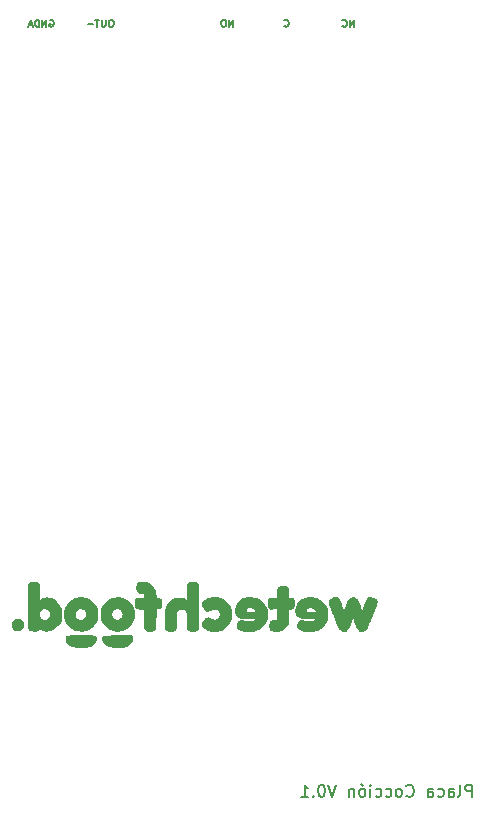
<source format=gbo>
%TF.GenerationSoftware,KiCad,Pcbnew,5.1.5+dfsg1-2build2*%
%TF.CreationDate,2021-01-24T18:27:10+01:00*%
%TF.ProjectId,Placa-Caja-Coccion,506c6163-612d-4436-916a-612d436f6363,rev?*%
%TF.SameCoordinates,Original*%
%TF.FileFunction,Legend,Bot*%
%TF.FilePolarity,Positive*%
%FSLAX46Y46*%
G04 Gerber Fmt 4.6, Leading zero omitted, Abs format (unit mm)*
G04 Created by KiCad (PCBNEW 5.1.5+dfsg1-2build2) date 2021-01-24 18:27:10*
%MOMM*%
%LPD*%
G04 APERTURE LIST*
%ADD10C,0.127000*%
%ADD11C,0.150000*%
%ADD12C,0.010000*%
G04 APERTURE END LIST*
D10*
X134964285Y-69450000D02*
X135021428Y-69421428D01*
X135107142Y-69421428D01*
X135192857Y-69450000D01*
X135250000Y-69507142D01*
X135278571Y-69564285D01*
X135307142Y-69678571D01*
X135307142Y-69764285D01*
X135278571Y-69878571D01*
X135250000Y-69935714D01*
X135192857Y-69992857D01*
X135107142Y-70021428D01*
X135050000Y-70021428D01*
X134964285Y-69992857D01*
X134935714Y-69964285D01*
X134935714Y-69764285D01*
X135050000Y-69764285D01*
X134678571Y-70021428D02*
X134678571Y-69421428D01*
X134335714Y-70021428D01*
X134335714Y-69421428D01*
X134050000Y-70021428D02*
X134050000Y-69421428D01*
X133907142Y-69421428D01*
X133821428Y-69450000D01*
X133764285Y-69507142D01*
X133735714Y-69564285D01*
X133707142Y-69678571D01*
X133707142Y-69764285D01*
X133735714Y-69878571D01*
X133764285Y-69935714D01*
X133821428Y-69992857D01*
X133907142Y-70021428D01*
X134050000Y-70021428D01*
X133478571Y-69850000D02*
X133192857Y-69850000D01*
X133535714Y-70021428D02*
X133335714Y-69421428D01*
X133135714Y-70021428D01*
X140221428Y-69421428D02*
X140107142Y-69421428D01*
X140050000Y-69450000D01*
X139992857Y-69507142D01*
X139964285Y-69621428D01*
X139964285Y-69821428D01*
X139992857Y-69935714D01*
X140050000Y-69992857D01*
X140107142Y-70021428D01*
X140221428Y-70021428D01*
X140278571Y-69992857D01*
X140335714Y-69935714D01*
X140364285Y-69821428D01*
X140364285Y-69621428D01*
X140335714Y-69507142D01*
X140278571Y-69450000D01*
X140221428Y-69421428D01*
X139707142Y-69421428D02*
X139707142Y-69907142D01*
X139678571Y-69964285D01*
X139650000Y-69992857D01*
X139592857Y-70021428D01*
X139478571Y-70021428D01*
X139421428Y-69992857D01*
X139392857Y-69964285D01*
X139364285Y-69907142D01*
X139364285Y-69421428D01*
X139164285Y-69421428D02*
X138821428Y-69421428D01*
X138992857Y-70021428D02*
X138992857Y-69421428D01*
X138621428Y-69792857D02*
X138164285Y-69792857D01*
X160721428Y-70021428D02*
X160721428Y-69421428D01*
X160378571Y-70021428D01*
X160378571Y-69421428D01*
X159750000Y-69964285D02*
X159778571Y-69992857D01*
X159864285Y-70021428D01*
X159921428Y-70021428D01*
X160007142Y-69992857D01*
X160064285Y-69935714D01*
X160092857Y-69878571D01*
X160121428Y-69764285D01*
X160121428Y-69678571D01*
X160092857Y-69564285D01*
X160064285Y-69507142D01*
X160007142Y-69450000D01*
X159921428Y-69421428D01*
X159864285Y-69421428D01*
X159778571Y-69450000D01*
X159750000Y-69478571D01*
X154814285Y-69964285D02*
X154842857Y-69992857D01*
X154928571Y-70021428D01*
X154985714Y-70021428D01*
X155071428Y-69992857D01*
X155128571Y-69935714D01*
X155157142Y-69878571D01*
X155185714Y-69764285D01*
X155185714Y-69678571D01*
X155157142Y-69564285D01*
X155128571Y-69507142D01*
X155071428Y-69450000D01*
X154985714Y-69421428D01*
X154928571Y-69421428D01*
X154842857Y-69450000D01*
X154814285Y-69478571D01*
X150485714Y-70021428D02*
X150485714Y-69421428D01*
X150142857Y-70021428D01*
X150142857Y-69421428D01*
X149742857Y-69421428D02*
X149628571Y-69421428D01*
X149571428Y-69450000D01*
X149514285Y-69507142D01*
X149485714Y-69621428D01*
X149485714Y-69821428D01*
X149514285Y-69935714D01*
X149571428Y-69992857D01*
X149628571Y-70021428D01*
X149742857Y-70021428D01*
X149800000Y-69992857D01*
X149857142Y-69935714D01*
X149885714Y-69821428D01*
X149885714Y-69621428D01*
X149857142Y-69507142D01*
X149800000Y-69450000D01*
X149742857Y-69421428D01*
D11*
X170690476Y-135202380D02*
X170690476Y-134202380D01*
X170309523Y-134202380D01*
X170214285Y-134250000D01*
X170166666Y-134297619D01*
X170119047Y-134392857D01*
X170119047Y-134535714D01*
X170166666Y-134630952D01*
X170214285Y-134678571D01*
X170309523Y-134726190D01*
X170690476Y-134726190D01*
X169547619Y-135202380D02*
X169642857Y-135154761D01*
X169690476Y-135059523D01*
X169690476Y-134202380D01*
X168738095Y-135202380D02*
X168738095Y-134678571D01*
X168785714Y-134583333D01*
X168880952Y-134535714D01*
X169071428Y-134535714D01*
X169166666Y-134583333D01*
X168738095Y-135154761D02*
X168833333Y-135202380D01*
X169071428Y-135202380D01*
X169166666Y-135154761D01*
X169214285Y-135059523D01*
X169214285Y-134964285D01*
X169166666Y-134869047D01*
X169071428Y-134821428D01*
X168833333Y-134821428D01*
X168738095Y-134773809D01*
X167833333Y-135154761D02*
X167928571Y-135202380D01*
X168119047Y-135202380D01*
X168214285Y-135154761D01*
X168261904Y-135107142D01*
X168309523Y-135011904D01*
X168309523Y-134726190D01*
X168261904Y-134630952D01*
X168214285Y-134583333D01*
X168119047Y-134535714D01*
X167928571Y-134535714D01*
X167833333Y-134583333D01*
X166976190Y-135202380D02*
X166976190Y-134678571D01*
X167023809Y-134583333D01*
X167119047Y-134535714D01*
X167309523Y-134535714D01*
X167404761Y-134583333D01*
X166976190Y-135154761D02*
X167071428Y-135202380D01*
X167309523Y-135202380D01*
X167404761Y-135154761D01*
X167452380Y-135059523D01*
X167452380Y-134964285D01*
X167404761Y-134869047D01*
X167309523Y-134821428D01*
X167071428Y-134821428D01*
X166976190Y-134773809D01*
X165166666Y-135107142D02*
X165214285Y-135154761D01*
X165357142Y-135202380D01*
X165452380Y-135202380D01*
X165595238Y-135154761D01*
X165690476Y-135059523D01*
X165738095Y-134964285D01*
X165785714Y-134773809D01*
X165785714Y-134630952D01*
X165738095Y-134440476D01*
X165690476Y-134345238D01*
X165595238Y-134250000D01*
X165452380Y-134202380D01*
X165357142Y-134202380D01*
X165214285Y-134250000D01*
X165166666Y-134297619D01*
X164595238Y-135202380D02*
X164690476Y-135154761D01*
X164738095Y-135107142D01*
X164785714Y-135011904D01*
X164785714Y-134726190D01*
X164738095Y-134630952D01*
X164690476Y-134583333D01*
X164595238Y-134535714D01*
X164452380Y-134535714D01*
X164357142Y-134583333D01*
X164309523Y-134630952D01*
X164261904Y-134726190D01*
X164261904Y-135011904D01*
X164309523Y-135107142D01*
X164357142Y-135154761D01*
X164452380Y-135202380D01*
X164595238Y-135202380D01*
X163404761Y-135154761D02*
X163500000Y-135202380D01*
X163690476Y-135202380D01*
X163785714Y-135154761D01*
X163833333Y-135107142D01*
X163880952Y-135011904D01*
X163880952Y-134726190D01*
X163833333Y-134630952D01*
X163785714Y-134583333D01*
X163690476Y-134535714D01*
X163500000Y-134535714D01*
X163404761Y-134583333D01*
X162547619Y-135154761D02*
X162642857Y-135202380D01*
X162833333Y-135202380D01*
X162928571Y-135154761D01*
X162976190Y-135107142D01*
X163023809Y-135011904D01*
X163023809Y-134726190D01*
X162976190Y-134630952D01*
X162928571Y-134583333D01*
X162833333Y-134535714D01*
X162642857Y-134535714D01*
X162547619Y-134583333D01*
X162119047Y-135202380D02*
X162119047Y-134535714D01*
X162119047Y-134202380D02*
X162166666Y-134250000D01*
X162119047Y-134297619D01*
X162071428Y-134250000D01*
X162119047Y-134202380D01*
X162119047Y-134297619D01*
X161500000Y-135202380D02*
X161595238Y-135154761D01*
X161642857Y-135107142D01*
X161690476Y-135011904D01*
X161690476Y-134726190D01*
X161642857Y-134630952D01*
X161595238Y-134583333D01*
X161500000Y-134535714D01*
X161357142Y-134535714D01*
X161261904Y-134583333D01*
X161214285Y-134630952D01*
X161166666Y-134726190D01*
X161166666Y-135011904D01*
X161214285Y-135107142D01*
X161261904Y-135154761D01*
X161357142Y-135202380D01*
X161500000Y-135202380D01*
X161309523Y-134154761D02*
X161452380Y-134297619D01*
X160738095Y-134535714D02*
X160738095Y-135202380D01*
X160738095Y-134630952D02*
X160690476Y-134583333D01*
X160595238Y-134535714D01*
X160452380Y-134535714D01*
X160357142Y-134583333D01*
X160309523Y-134678571D01*
X160309523Y-135202380D01*
X159214285Y-134202380D02*
X158880952Y-135202380D01*
X158547619Y-134202380D01*
X158023809Y-134202380D02*
X157928571Y-134202380D01*
X157833333Y-134250000D01*
X157785714Y-134297619D01*
X157738095Y-134392857D01*
X157690476Y-134583333D01*
X157690476Y-134821428D01*
X157738095Y-135011904D01*
X157785714Y-135107142D01*
X157833333Y-135154761D01*
X157928571Y-135202380D01*
X158023809Y-135202380D01*
X158119047Y-135154761D01*
X158166666Y-135107142D01*
X158214285Y-135011904D01*
X158261904Y-134821428D01*
X158261904Y-134583333D01*
X158214285Y-134392857D01*
X158166666Y-134297619D01*
X158119047Y-134250000D01*
X158023809Y-134202380D01*
X157261904Y-135107142D02*
X157214285Y-135154761D01*
X157261904Y-135202380D01*
X157309523Y-135154761D01*
X157261904Y-135107142D01*
X157261904Y-135202380D01*
X156261904Y-135202380D02*
X156833333Y-135202380D01*
X156547619Y-135202380D02*
X156547619Y-134202380D01*
X156642857Y-134345238D01*
X156738095Y-134440476D01*
X156833333Y-134488095D01*
D12*
G36*
X132116828Y-120157422D02*
G01*
X132016411Y-120189548D01*
X131955358Y-120222365D01*
X131897955Y-120270017D01*
X131842525Y-120335227D01*
X131794380Y-120410378D01*
X131758832Y-120487848D01*
X131749296Y-120517906D01*
X131733339Y-120623378D01*
X131740958Y-120728346D01*
X131770527Y-120829132D01*
X131820422Y-120922061D01*
X131889016Y-121003458D01*
X131974685Y-121069646D01*
X131999575Y-121083921D01*
X132040770Y-121104729D01*
X132075676Y-121117854D01*
X132113079Y-121125343D01*
X132161766Y-121129242D01*
X132200500Y-121130725D01*
X132275155Y-121130940D01*
X132331478Y-121125772D01*
X132376087Y-121114592D01*
X132378232Y-121113826D01*
X132466522Y-121069868D01*
X132549504Y-121006213D01*
X132621077Y-120928553D01*
X132675138Y-120842578D01*
X132679955Y-120832418D01*
X132708405Y-120744270D01*
X132719807Y-120647182D01*
X132713390Y-120551585D01*
X132703798Y-120509438D01*
X132675119Y-120437955D01*
X132632219Y-120364149D01*
X132580996Y-120296692D01*
X132527345Y-120244258D01*
X132519297Y-120238110D01*
X132428613Y-120186840D01*
X132327955Y-120156208D01*
X132222352Y-120146356D01*
X132116828Y-120157422D01*
G37*
X132116828Y-120157422D02*
X132016411Y-120189548D01*
X131955358Y-120222365D01*
X131897955Y-120270017D01*
X131842525Y-120335227D01*
X131794380Y-120410378D01*
X131758832Y-120487848D01*
X131749296Y-120517906D01*
X131733339Y-120623378D01*
X131740958Y-120728346D01*
X131770527Y-120829132D01*
X131820422Y-120922061D01*
X131889016Y-121003458D01*
X131974685Y-121069646D01*
X131999575Y-121083921D01*
X132040770Y-121104729D01*
X132075676Y-121117854D01*
X132113079Y-121125343D01*
X132161766Y-121129242D01*
X132200500Y-121130725D01*
X132275155Y-121130940D01*
X132331478Y-121125772D01*
X132376087Y-121114592D01*
X132378232Y-121113826D01*
X132466522Y-121069868D01*
X132549504Y-121006213D01*
X132621077Y-120928553D01*
X132675138Y-120842578D01*
X132679955Y-120832418D01*
X132708405Y-120744270D01*
X132719807Y-120647182D01*
X132713390Y-120551585D01*
X132703798Y-120509438D01*
X132675119Y-120437955D01*
X132632219Y-120364149D01*
X132580996Y-120296692D01*
X132527345Y-120244258D01*
X132519297Y-120238110D01*
X132428613Y-120186840D01*
X132327955Y-120156208D01*
X132222352Y-120146356D01*
X132116828Y-120157422D01*
G36*
X137478849Y-118333899D02*
G01*
X137300397Y-118358978D01*
X137125434Y-118407105D01*
X136956303Y-118478271D01*
X136814945Y-118559433D01*
X136662388Y-118673202D01*
X136528059Y-118802625D01*
X136413279Y-118945922D01*
X136319372Y-119101313D01*
X136247659Y-119267017D01*
X136217712Y-119363556D01*
X136205812Y-119409861D01*
X136197065Y-119450487D01*
X136190988Y-119490770D01*
X136187093Y-119536043D01*
X136184894Y-119591641D01*
X136183906Y-119662899D01*
X136183657Y-119737300D01*
X136183810Y-119825413D01*
X136184805Y-119893396D01*
X136187110Y-119946513D01*
X136191190Y-119990032D01*
X136197513Y-120029216D01*
X136206546Y-120069334D01*
X136216437Y-120107118D01*
X136274661Y-120275511D01*
X136355125Y-120436480D01*
X136455441Y-120587081D01*
X136573221Y-120724365D01*
X136706074Y-120845386D01*
X136851613Y-120947198D01*
X136934775Y-120993220D01*
X137085757Y-121057320D01*
X137248737Y-121104822D01*
X137417736Y-121134822D01*
X137586776Y-121146416D01*
X137749878Y-121138697D01*
X137824335Y-121127861D01*
X138006098Y-121082184D01*
X138180678Y-121012955D01*
X138345330Y-120921632D01*
X138497309Y-120809671D01*
X138596586Y-120717871D01*
X138660828Y-120646646D01*
X138726642Y-120563252D01*
X138789047Y-120474793D01*
X138843062Y-120388371D01*
X138883705Y-120311090D01*
X138887006Y-120303768D01*
X138944563Y-120144275D01*
X138981889Y-119974817D01*
X138999066Y-119799687D01*
X138998045Y-119737300D01*
X138035873Y-119737300D01*
X138034614Y-119795807D01*
X138029393Y-119839506D01*
X138018045Y-119878923D01*
X137998404Y-119924586D01*
X137996523Y-119928584D01*
X137937958Y-120024993D01*
X137861973Y-120106022D01*
X137772039Y-120168761D01*
X137671626Y-120210302D01*
X137655150Y-120214705D01*
X137595957Y-120227133D01*
X137546332Y-120230753D01*
X137493077Y-120225900D01*
X137457303Y-120219710D01*
X137356166Y-120187955D01*
X137265165Y-120134048D01*
X137186936Y-120060107D01*
X137124117Y-119968250D01*
X137110439Y-119941284D01*
X137091353Y-119898399D01*
X137079610Y-119862253D01*
X137073468Y-119823853D01*
X137071189Y-119774211D01*
X137070950Y-119737300D01*
X137071677Y-119678308D01*
X137075080Y-119635872D01*
X137082994Y-119601159D01*
X137097253Y-119565340D01*
X137113718Y-119531434D01*
X137167486Y-119445792D01*
X137235451Y-119371113D01*
X137312210Y-119312560D01*
X137375800Y-119280991D01*
X137418162Y-119266805D01*
X137457667Y-119258756D01*
X137503318Y-119255749D01*
X137564119Y-119256690D01*
X137573024Y-119257022D01*
X137637324Y-119260813D01*
X137685059Y-119267525D01*
X137725041Y-119278966D01*
X137765105Y-119296467D01*
X137842876Y-119347060D01*
X137914159Y-119417602D01*
X137973919Y-119502685D01*
X137995563Y-119543963D01*
X138016357Y-119591320D01*
X138028529Y-119630987D01*
X138034293Y-119673576D01*
X138035862Y-119729703D01*
X138035873Y-119737300D01*
X138998045Y-119737300D01*
X138996175Y-119623177D01*
X138973299Y-119449578D01*
X138930519Y-119283181D01*
X138867917Y-119128280D01*
X138864486Y-119121350D01*
X138772208Y-118965011D01*
X138657510Y-118820549D01*
X138520470Y-118688045D01*
X138361164Y-118567585D01*
X138341387Y-118554486D01*
X138180656Y-118464213D01*
X138011692Y-118397025D01*
X137836840Y-118352915D01*
X137658444Y-118331876D01*
X137478849Y-118333899D01*
G37*
X137478849Y-118333899D02*
X137300397Y-118358978D01*
X137125434Y-118407105D01*
X136956303Y-118478271D01*
X136814945Y-118559433D01*
X136662388Y-118673202D01*
X136528059Y-118802625D01*
X136413279Y-118945922D01*
X136319372Y-119101313D01*
X136247659Y-119267017D01*
X136217712Y-119363556D01*
X136205812Y-119409861D01*
X136197065Y-119450487D01*
X136190988Y-119490770D01*
X136187093Y-119536043D01*
X136184894Y-119591641D01*
X136183906Y-119662899D01*
X136183657Y-119737300D01*
X136183810Y-119825413D01*
X136184805Y-119893396D01*
X136187110Y-119946513D01*
X136191190Y-119990032D01*
X136197513Y-120029216D01*
X136206546Y-120069334D01*
X136216437Y-120107118D01*
X136274661Y-120275511D01*
X136355125Y-120436480D01*
X136455441Y-120587081D01*
X136573221Y-120724365D01*
X136706074Y-120845386D01*
X136851613Y-120947198D01*
X136934775Y-120993220D01*
X137085757Y-121057320D01*
X137248737Y-121104822D01*
X137417736Y-121134822D01*
X137586776Y-121146416D01*
X137749878Y-121138697D01*
X137824335Y-121127861D01*
X138006098Y-121082184D01*
X138180678Y-121012955D01*
X138345330Y-120921632D01*
X138497309Y-120809671D01*
X138596586Y-120717871D01*
X138660828Y-120646646D01*
X138726642Y-120563252D01*
X138789047Y-120474793D01*
X138843062Y-120388371D01*
X138883705Y-120311090D01*
X138887006Y-120303768D01*
X138944563Y-120144275D01*
X138981889Y-119974817D01*
X138999066Y-119799687D01*
X138998045Y-119737300D01*
X138035873Y-119737300D01*
X138034614Y-119795807D01*
X138029393Y-119839506D01*
X138018045Y-119878923D01*
X137998404Y-119924586D01*
X137996523Y-119928584D01*
X137937958Y-120024993D01*
X137861973Y-120106022D01*
X137772039Y-120168761D01*
X137671626Y-120210302D01*
X137655150Y-120214705D01*
X137595957Y-120227133D01*
X137546332Y-120230753D01*
X137493077Y-120225900D01*
X137457303Y-120219710D01*
X137356166Y-120187955D01*
X137265165Y-120134048D01*
X137186936Y-120060107D01*
X137124117Y-119968250D01*
X137110439Y-119941284D01*
X137091353Y-119898399D01*
X137079610Y-119862253D01*
X137073468Y-119823853D01*
X137071189Y-119774211D01*
X137070950Y-119737300D01*
X137071677Y-119678308D01*
X137075080Y-119635872D01*
X137082994Y-119601159D01*
X137097253Y-119565340D01*
X137113718Y-119531434D01*
X137167486Y-119445792D01*
X137235451Y-119371113D01*
X137312210Y-119312560D01*
X137375800Y-119280991D01*
X137418162Y-119266805D01*
X137457667Y-119258756D01*
X137503318Y-119255749D01*
X137564119Y-119256690D01*
X137573024Y-119257022D01*
X137637324Y-119260813D01*
X137685059Y-119267525D01*
X137725041Y-119278966D01*
X137765105Y-119296467D01*
X137842876Y-119347060D01*
X137914159Y-119417602D01*
X137973919Y-119502685D01*
X137995563Y-119543963D01*
X138016357Y-119591320D01*
X138028529Y-119630987D01*
X138034293Y-119673576D01*
X138035862Y-119729703D01*
X138035873Y-119737300D01*
X138998045Y-119737300D01*
X138996175Y-119623177D01*
X138973299Y-119449578D01*
X138930519Y-119283181D01*
X138867917Y-119128280D01*
X138864486Y-119121350D01*
X138772208Y-118965011D01*
X138657510Y-118820549D01*
X138520470Y-118688045D01*
X138361164Y-118567585D01*
X138341387Y-118554486D01*
X138180656Y-118464213D01*
X138011692Y-118397025D01*
X137836840Y-118352915D01*
X137658444Y-118331876D01*
X137478849Y-118333899D01*
G36*
X140498464Y-118341715D02*
G01*
X140325159Y-118373078D01*
X140160296Y-118424384D01*
X140049100Y-118473611D01*
X139931514Y-118541783D01*
X139811795Y-118626850D01*
X139698146Y-118722502D01*
X139605602Y-118814859D01*
X139494909Y-118954920D01*
X139405089Y-119108327D01*
X139336663Y-119273228D01*
X139290154Y-119447771D01*
X139266083Y-119630105D01*
X139264971Y-119818377D01*
X139280518Y-119969094D01*
X139319764Y-120146163D01*
X139381963Y-120315139D01*
X139465402Y-120473989D01*
X139568367Y-120620680D01*
X139689147Y-120753180D01*
X139826027Y-120869455D01*
X139977294Y-120967474D01*
X140141235Y-121045202D01*
X140207906Y-121069467D01*
X140375030Y-121114242D01*
X140548023Y-121139917D01*
X140720471Y-121145974D01*
X140885954Y-121131894D01*
X140917079Y-121126720D01*
X141097592Y-121081424D01*
X141269904Y-121013023D01*
X141431991Y-120923049D01*
X141581831Y-120813035D01*
X141717401Y-120684512D01*
X141836676Y-120539013D01*
X141937636Y-120378070D01*
X141958641Y-120337861D01*
X142019042Y-120191592D01*
X142061057Y-120032246D01*
X142084525Y-119864440D01*
X142087463Y-119758460D01*
X141126697Y-119758460D01*
X141110007Y-119860438D01*
X141069967Y-119959240D01*
X141006440Y-120052012D01*
X140995470Y-120064572D01*
X140937177Y-120117521D01*
X140865249Y-120165260D01*
X140789439Y-120202043D01*
X140731953Y-120219845D01*
X140653290Y-120227241D01*
X140565960Y-120220697D01*
X140481579Y-120201559D01*
X140440210Y-120185965D01*
X140372931Y-120145614D01*
X140305811Y-120087592D01*
X140245558Y-120018771D01*
X140198878Y-119946019D01*
X140191654Y-119931371D01*
X140174202Y-119889862D01*
X140163804Y-119851611D01*
X140158748Y-119807253D01*
X140157321Y-119747422D01*
X140157313Y-119743650D01*
X140158241Y-119684706D01*
X140162497Y-119641393D01*
X140172045Y-119603976D01*
X140188845Y-119562721D01*
X140197563Y-119543963D01*
X140250947Y-119453652D01*
X140318209Y-119375636D01*
X140394345Y-119315287D01*
X140428519Y-119296129D01*
X140462964Y-119280348D01*
X140493843Y-119270141D01*
X140528325Y-119264316D01*
X140573581Y-119261683D01*
X140636781Y-119261050D01*
X140639650Y-119261050D01*
X140725372Y-119263775D01*
X140793016Y-119273585D01*
X140849478Y-119292929D01*
X140901655Y-119324257D01*
X140956441Y-119370018D01*
X140962668Y-119375799D01*
X141038022Y-119461974D01*
X141090569Y-119556376D01*
X141120173Y-119656155D01*
X141126697Y-119758460D01*
X142087463Y-119758460D01*
X142089284Y-119692791D01*
X142075173Y-119521914D01*
X142042031Y-119356427D01*
X141997679Y-119220652D01*
X141923631Y-119066308D01*
X141827668Y-118920365D01*
X141712558Y-118785228D01*
X141581067Y-118663297D01*
X141435963Y-118556975D01*
X141280012Y-118468666D01*
X141115980Y-118400771D01*
X141020691Y-118372322D01*
X140851065Y-118340833D01*
X140675378Y-118330798D01*
X140498464Y-118341715D01*
G37*
X140498464Y-118341715D02*
X140325159Y-118373078D01*
X140160296Y-118424384D01*
X140049100Y-118473611D01*
X139931514Y-118541783D01*
X139811795Y-118626850D01*
X139698146Y-118722502D01*
X139605602Y-118814859D01*
X139494909Y-118954920D01*
X139405089Y-119108327D01*
X139336663Y-119273228D01*
X139290154Y-119447771D01*
X139266083Y-119630105D01*
X139264971Y-119818377D01*
X139280518Y-119969094D01*
X139319764Y-120146163D01*
X139381963Y-120315139D01*
X139465402Y-120473989D01*
X139568367Y-120620680D01*
X139689147Y-120753180D01*
X139826027Y-120869455D01*
X139977294Y-120967474D01*
X140141235Y-121045202D01*
X140207906Y-121069467D01*
X140375030Y-121114242D01*
X140548023Y-121139917D01*
X140720471Y-121145974D01*
X140885954Y-121131894D01*
X140917079Y-121126720D01*
X141097592Y-121081424D01*
X141269904Y-121013023D01*
X141431991Y-120923049D01*
X141581831Y-120813035D01*
X141717401Y-120684512D01*
X141836676Y-120539013D01*
X141937636Y-120378070D01*
X141958641Y-120337861D01*
X142019042Y-120191592D01*
X142061057Y-120032246D01*
X142084525Y-119864440D01*
X142087463Y-119758460D01*
X141126697Y-119758460D01*
X141110007Y-119860438D01*
X141069967Y-119959240D01*
X141006440Y-120052012D01*
X140995470Y-120064572D01*
X140937177Y-120117521D01*
X140865249Y-120165260D01*
X140789439Y-120202043D01*
X140731953Y-120219845D01*
X140653290Y-120227241D01*
X140565960Y-120220697D01*
X140481579Y-120201559D01*
X140440210Y-120185965D01*
X140372931Y-120145614D01*
X140305811Y-120087592D01*
X140245558Y-120018771D01*
X140198878Y-119946019D01*
X140191654Y-119931371D01*
X140174202Y-119889862D01*
X140163804Y-119851611D01*
X140158748Y-119807253D01*
X140157321Y-119747422D01*
X140157313Y-119743650D01*
X140158241Y-119684706D01*
X140162497Y-119641393D01*
X140172045Y-119603976D01*
X140188845Y-119562721D01*
X140197563Y-119543963D01*
X140250947Y-119453652D01*
X140318209Y-119375636D01*
X140394345Y-119315287D01*
X140428519Y-119296129D01*
X140462964Y-119280348D01*
X140493843Y-119270141D01*
X140528325Y-119264316D01*
X140573581Y-119261683D01*
X140636781Y-119261050D01*
X140639650Y-119261050D01*
X140725372Y-119263775D01*
X140793016Y-119273585D01*
X140849478Y-119292929D01*
X140901655Y-119324257D01*
X140956441Y-119370018D01*
X140962668Y-119375799D01*
X141038022Y-119461974D01*
X141090569Y-119556376D01*
X141120173Y-119656155D01*
X141126697Y-119758460D01*
X142087463Y-119758460D01*
X142089284Y-119692791D01*
X142075173Y-119521914D01*
X142042031Y-119356427D01*
X141997679Y-119220652D01*
X141923631Y-119066308D01*
X141827668Y-118920365D01*
X141712558Y-118785228D01*
X141581067Y-118663297D01*
X141435963Y-118556975D01*
X141280012Y-118468666D01*
X141115980Y-118400771D01*
X141020691Y-118372322D01*
X140851065Y-118340833D01*
X140675378Y-118330798D01*
X140498464Y-118341715D01*
G36*
X133471523Y-117019384D02*
G01*
X133378946Y-117033537D01*
X133307227Y-117054020D01*
X133252110Y-117083354D01*
X133209340Y-117124062D01*
X133174661Y-117178666D01*
X133163447Y-117201968D01*
X133133950Y-117267150D01*
X133133950Y-120899350D01*
X133169997Y-120972758D01*
X133196943Y-121020412D01*
X133226484Y-121053314D01*
X133267576Y-121081301D01*
X133270129Y-121082767D01*
X133336065Y-121111000D01*
X133420284Y-121132716D01*
X133516304Y-121147049D01*
X133617644Y-121153135D01*
X133717823Y-121150109D01*
X133750438Y-121146855D01*
X133805862Y-121136753D01*
X133861569Y-121121141D01*
X133893661Y-121108642D01*
X133945202Y-121076614D01*
X133992514Y-121033560D01*
X134029172Y-120986381D01*
X134048732Y-120942063D01*
X134056827Y-120905205D01*
X134137013Y-120969011D01*
X134252145Y-121045870D01*
X134377420Y-121100772D01*
X134514491Y-121134257D01*
X134665013Y-121146864D01*
X134683350Y-121147000D01*
X134846292Y-121134478D01*
X135005051Y-121097176D01*
X135158833Y-121035486D01*
X135306845Y-120949798D01*
X135448292Y-120840507D01*
X135582382Y-120708002D01*
X135590553Y-120698900D01*
X135712499Y-120544461D01*
X135810653Y-120381321D01*
X135885222Y-120209100D01*
X135921022Y-120092566D01*
X135937760Y-120008810D01*
X135949821Y-119908394D01*
X135956809Y-119799695D01*
X135957682Y-119737194D01*
X134988150Y-119737194D01*
X134987392Y-119796636D01*
X134983925Y-119839533D01*
X134975964Y-119874725D01*
X134961720Y-119911050D01*
X134946569Y-119942873D01*
X134890968Y-120030675D01*
X134818326Y-120106761D01*
X134733628Y-120167169D01*
X134641858Y-120207939D01*
X134599127Y-120218914D01*
X134531644Y-120228994D01*
X134473082Y-120228891D01*
X134408985Y-120218350D01*
X134395728Y-120215321D01*
X134295597Y-120179046D01*
X134206839Y-120120663D01*
X134130973Y-120041476D01*
X134069515Y-119942787D01*
X134063362Y-119930081D01*
X134042079Y-119881219D01*
X134030074Y-119840430D01*
X134024934Y-119796229D01*
X134024184Y-119743650D01*
X134034168Y-119638423D01*
X134063942Y-119544699D01*
X134115887Y-119455487D01*
X134127740Y-119439415D01*
X134197760Y-119361693D01*
X134274167Y-119306420D01*
X134360412Y-119272055D01*
X134459945Y-119257058D01*
X134536052Y-119257091D01*
X134647060Y-119273399D01*
X134744333Y-119310988D01*
X134828199Y-119370077D01*
X134898985Y-119450887D01*
X134947343Y-119533193D01*
X134966875Y-119575140D01*
X134978961Y-119610021D01*
X134985358Y-119646619D01*
X134987823Y-119693721D01*
X134988150Y-119737194D01*
X135957682Y-119737194D01*
X135958326Y-119691091D01*
X135953973Y-119590960D01*
X135947599Y-119532956D01*
X135909682Y-119355623D01*
X135848835Y-119187010D01*
X135764587Y-119026238D01*
X135656466Y-118872428D01*
X135524000Y-118724704D01*
X135501580Y-118702607D01*
X135369220Y-118585609D01*
X135237246Y-118492743D01*
X135103161Y-118422904D01*
X134964467Y-118374987D01*
X134818665Y-118347890D01*
X134682207Y-118340388D01*
X134543702Y-118347559D01*
X134422574Y-118370130D01*
X134315070Y-118409409D01*
X134217435Y-118466707D01*
X134141087Y-118528992D01*
X134067400Y-118597035D01*
X134067400Y-117942094D01*
X134067373Y-117796173D01*
X134067232Y-117673373D01*
X134066894Y-117571415D01*
X134066272Y-117488021D01*
X134065281Y-117420911D01*
X134063836Y-117367807D01*
X134061851Y-117326430D01*
X134059240Y-117294501D01*
X134055918Y-117269741D01*
X134051800Y-117249871D01*
X134046801Y-117232613D01*
X134040834Y-117215688D01*
X134040078Y-117213651D01*
X134017765Y-117165906D01*
X133989692Y-117121977D01*
X133971467Y-117100896D01*
X133920814Y-117067188D01*
X133849805Y-117040846D01*
X133762588Y-117022547D01*
X133663309Y-117012967D01*
X133556116Y-117012782D01*
X133471523Y-117019384D01*
G37*
X133471523Y-117019384D02*
X133378946Y-117033537D01*
X133307227Y-117054020D01*
X133252110Y-117083354D01*
X133209340Y-117124062D01*
X133174661Y-117178666D01*
X133163447Y-117201968D01*
X133133950Y-117267150D01*
X133133950Y-120899350D01*
X133169997Y-120972758D01*
X133196943Y-121020412D01*
X133226484Y-121053314D01*
X133267576Y-121081301D01*
X133270129Y-121082767D01*
X133336065Y-121111000D01*
X133420284Y-121132716D01*
X133516304Y-121147049D01*
X133617644Y-121153135D01*
X133717823Y-121150109D01*
X133750438Y-121146855D01*
X133805862Y-121136753D01*
X133861569Y-121121141D01*
X133893661Y-121108642D01*
X133945202Y-121076614D01*
X133992514Y-121033560D01*
X134029172Y-120986381D01*
X134048732Y-120942063D01*
X134056827Y-120905205D01*
X134137013Y-120969011D01*
X134252145Y-121045870D01*
X134377420Y-121100772D01*
X134514491Y-121134257D01*
X134665013Y-121146864D01*
X134683350Y-121147000D01*
X134846292Y-121134478D01*
X135005051Y-121097176D01*
X135158833Y-121035486D01*
X135306845Y-120949798D01*
X135448292Y-120840507D01*
X135582382Y-120708002D01*
X135590553Y-120698900D01*
X135712499Y-120544461D01*
X135810653Y-120381321D01*
X135885222Y-120209100D01*
X135921022Y-120092566D01*
X135937760Y-120008810D01*
X135949821Y-119908394D01*
X135956809Y-119799695D01*
X135957682Y-119737194D01*
X134988150Y-119737194D01*
X134987392Y-119796636D01*
X134983925Y-119839533D01*
X134975964Y-119874725D01*
X134961720Y-119911050D01*
X134946569Y-119942873D01*
X134890968Y-120030675D01*
X134818326Y-120106761D01*
X134733628Y-120167169D01*
X134641858Y-120207939D01*
X134599127Y-120218914D01*
X134531644Y-120228994D01*
X134473082Y-120228891D01*
X134408985Y-120218350D01*
X134395728Y-120215321D01*
X134295597Y-120179046D01*
X134206839Y-120120663D01*
X134130973Y-120041476D01*
X134069515Y-119942787D01*
X134063362Y-119930081D01*
X134042079Y-119881219D01*
X134030074Y-119840430D01*
X134024934Y-119796229D01*
X134024184Y-119743650D01*
X134034168Y-119638423D01*
X134063942Y-119544699D01*
X134115887Y-119455487D01*
X134127740Y-119439415D01*
X134197760Y-119361693D01*
X134274167Y-119306420D01*
X134360412Y-119272055D01*
X134459945Y-119257058D01*
X134536052Y-119257091D01*
X134647060Y-119273399D01*
X134744333Y-119310988D01*
X134828199Y-119370077D01*
X134898985Y-119450887D01*
X134947343Y-119533193D01*
X134966875Y-119575140D01*
X134978961Y-119610021D01*
X134985358Y-119646619D01*
X134987823Y-119693721D01*
X134988150Y-119737194D01*
X135957682Y-119737194D01*
X135958326Y-119691091D01*
X135953973Y-119590960D01*
X135947599Y-119532956D01*
X135909682Y-119355623D01*
X135848835Y-119187010D01*
X135764587Y-119026238D01*
X135656466Y-118872428D01*
X135524000Y-118724704D01*
X135501580Y-118702607D01*
X135369220Y-118585609D01*
X135237246Y-118492743D01*
X135103161Y-118422904D01*
X134964467Y-118374987D01*
X134818665Y-118347890D01*
X134682207Y-118340388D01*
X134543702Y-118347559D01*
X134422574Y-118370130D01*
X134315070Y-118409409D01*
X134217435Y-118466707D01*
X134141087Y-118528992D01*
X134067400Y-118597035D01*
X134067400Y-117942094D01*
X134067373Y-117796173D01*
X134067232Y-117673373D01*
X134066894Y-117571415D01*
X134066272Y-117488021D01*
X134065281Y-117420911D01*
X134063836Y-117367807D01*
X134061851Y-117326430D01*
X134059240Y-117294501D01*
X134055918Y-117269741D01*
X134051800Y-117249871D01*
X134046801Y-117232613D01*
X134040834Y-117215688D01*
X134040078Y-117213651D01*
X134017765Y-117165906D01*
X133989692Y-117121977D01*
X133971467Y-117100896D01*
X133920814Y-117067188D01*
X133849805Y-117040846D01*
X133762588Y-117022547D01*
X133663309Y-117012967D01*
X133556116Y-117012782D01*
X133471523Y-117019384D01*
G36*
X142721057Y-117009049D02*
G01*
X142646649Y-117011164D01*
X142592335Y-117013815D01*
X142552809Y-117017821D01*
X142522765Y-117024000D01*
X142496899Y-117033172D01*
X142469905Y-117046156D01*
X142465334Y-117048534D01*
X142412728Y-117083328D01*
X142372155Y-117124085D01*
X142366719Y-117131720D01*
X142336482Y-117194929D01*
X142314919Y-117276190D01*
X142302042Y-117369679D01*
X142297859Y-117469573D01*
X142302381Y-117570048D01*
X142315619Y-117665280D01*
X142337582Y-117749445D01*
X142365538Y-117812156D01*
X142409712Y-117864972D01*
X142463643Y-117901763D01*
X142493082Y-117916769D01*
X142520717Y-117927377D01*
X142552339Y-117934659D01*
X142593736Y-117939689D01*
X142650698Y-117943542D01*
X142702719Y-117946104D01*
X142791546Y-117951113D01*
X142858163Y-117958923D01*
X142905761Y-117972624D01*
X142937528Y-117995304D01*
X142956652Y-118030053D01*
X142966325Y-118079959D01*
X142969733Y-118148113D01*
X142970100Y-118205098D01*
X142970100Y-118369044D01*
X142916125Y-118361153D01*
X142851881Y-118353785D01*
X142776230Y-118348280D01*
X142695211Y-118344743D01*
X142614864Y-118343278D01*
X142541227Y-118343989D01*
X142480341Y-118346981D01*
X142438244Y-118352358D01*
X142436035Y-118352855D01*
X142342892Y-118383255D01*
X142271084Y-118426151D01*
X142219182Y-118482761D01*
X142185762Y-118554304D01*
X142181123Y-118570697D01*
X142171657Y-118624827D01*
X142165686Y-118695172D01*
X142163125Y-118775016D01*
X142163889Y-118857641D01*
X142167893Y-118936330D01*
X142175052Y-119004366D01*
X142185283Y-119055033D01*
X142187315Y-119061419D01*
X142214142Y-119124157D01*
X142248655Y-119174695D01*
X142293322Y-119213982D01*
X142350611Y-119242964D01*
X142422989Y-119262591D01*
X142512924Y-119273808D01*
X142622883Y-119277565D01*
X142744065Y-119275238D01*
X142968879Y-119266947D01*
X142972665Y-120076798D01*
X142976450Y-120886650D01*
X143005569Y-120958687D01*
X143044302Y-121028432D01*
X143096991Y-121086011D01*
X143158064Y-121125854D01*
X143181927Y-121135065D01*
X143210615Y-121140277D01*
X143258601Y-121145099D01*
X143320010Y-121149316D01*
X143388967Y-121152714D01*
X143459598Y-121155078D01*
X143526028Y-121156191D01*
X143582383Y-121155840D01*
X143622789Y-121153809D01*
X143636850Y-121151715D01*
X143720096Y-121126188D01*
X143783244Y-121094456D01*
X143831495Y-121052593D01*
X143870050Y-120996674D01*
X143887025Y-120962850D01*
X143916250Y-120899350D01*
X143923646Y-119270108D01*
X144065998Y-119265309D01*
X144159529Y-119258633D01*
X144232036Y-119244038D01*
X144287311Y-119219021D01*
X144329145Y-119181082D01*
X144361330Y-119127719D01*
X144387657Y-119056432D01*
X144388904Y-119052297D01*
X144399626Y-118999305D01*
X144406613Y-118929384D01*
X144409868Y-118849833D01*
X144409394Y-118767952D01*
X144405193Y-118691038D01*
X144397268Y-118626392D01*
X144388734Y-118589889D01*
X144350948Y-118505524D01*
X144298788Y-118439838D01*
X144249451Y-118403168D01*
X144220092Y-118388672D01*
X144188633Y-118379008D01*
X144148308Y-118372909D01*
X144092353Y-118369109D01*
X144060780Y-118367829D01*
X143925909Y-118363003D01*
X143919308Y-118132576D01*
X143916389Y-118045045D01*
X143912882Y-117977303D01*
X143908134Y-117923736D01*
X143901491Y-117878735D01*
X143892297Y-117836686D01*
X143879899Y-117791979D01*
X143879398Y-117790295D01*
X143822634Y-117638979D01*
X143746808Y-117498991D01*
X143654074Y-117372659D01*
X143546582Y-117262308D01*
X143426486Y-117170268D01*
X143295936Y-117098864D01*
X143209145Y-117065476D01*
X143112941Y-117038713D01*
X143013729Y-117020717D01*
X142905213Y-117010760D01*
X142781097Y-117008113D01*
X142721057Y-117009049D01*
G37*
X142721057Y-117009049D02*
X142646649Y-117011164D01*
X142592335Y-117013815D01*
X142552809Y-117017821D01*
X142522765Y-117024000D01*
X142496899Y-117033172D01*
X142469905Y-117046156D01*
X142465334Y-117048534D01*
X142412728Y-117083328D01*
X142372155Y-117124085D01*
X142366719Y-117131720D01*
X142336482Y-117194929D01*
X142314919Y-117276190D01*
X142302042Y-117369679D01*
X142297859Y-117469573D01*
X142302381Y-117570048D01*
X142315619Y-117665280D01*
X142337582Y-117749445D01*
X142365538Y-117812156D01*
X142409712Y-117864972D01*
X142463643Y-117901763D01*
X142493082Y-117916769D01*
X142520717Y-117927377D01*
X142552339Y-117934659D01*
X142593736Y-117939689D01*
X142650698Y-117943542D01*
X142702719Y-117946104D01*
X142791546Y-117951113D01*
X142858163Y-117958923D01*
X142905761Y-117972624D01*
X142937528Y-117995304D01*
X142956652Y-118030053D01*
X142966325Y-118079959D01*
X142969733Y-118148113D01*
X142970100Y-118205098D01*
X142970100Y-118369044D01*
X142916125Y-118361153D01*
X142851881Y-118353785D01*
X142776230Y-118348280D01*
X142695211Y-118344743D01*
X142614864Y-118343278D01*
X142541227Y-118343989D01*
X142480341Y-118346981D01*
X142438244Y-118352358D01*
X142436035Y-118352855D01*
X142342892Y-118383255D01*
X142271084Y-118426151D01*
X142219182Y-118482761D01*
X142185762Y-118554304D01*
X142181123Y-118570697D01*
X142171657Y-118624827D01*
X142165686Y-118695172D01*
X142163125Y-118775016D01*
X142163889Y-118857641D01*
X142167893Y-118936330D01*
X142175052Y-119004366D01*
X142185283Y-119055033D01*
X142187315Y-119061419D01*
X142214142Y-119124157D01*
X142248655Y-119174695D01*
X142293322Y-119213982D01*
X142350611Y-119242964D01*
X142422989Y-119262591D01*
X142512924Y-119273808D01*
X142622883Y-119277565D01*
X142744065Y-119275238D01*
X142968879Y-119266947D01*
X142972665Y-120076798D01*
X142976450Y-120886650D01*
X143005569Y-120958687D01*
X143044302Y-121028432D01*
X143096991Y-121086011D01*
X143158064Y-121125854D01*
X143181927Y-121135065D01*
X143210615Y-121140277D01*
X143258601Y-121145099D01*
X143320010Y-121149316D01*
X143388967Y-121152714D01*
X143459598Y-121155078D01*
X143526028Y-121156191D01*
X143582383Y-121155840D01*
X143622789Y-121153809D01*
X143636850Y-121151715D01*
X143720096Y-121126188D01*
X143783244Y-121094456D01*
X143831495Y-121052593D01*
X143870050Y-120996674D01*
X143887025Y-120962850D01*
X143916250Y-120899350D01*
X143923646Y-119270108D01*
X144065998Y-119265309D01*
X144159529Y-119258633D01*
X144232036Y-119244038D01*
X144287311Y-119219021D01*
X144329145Y-119181082D01*
X144361330Y-119127719D01*
X144387657Y-119056432D01*
X144388904Y-119052297D01*
X144399626Y-118999305D01*
X144406613Y-118929384D01*
X144409868Y-118849833D01*
X144409394Y-118767952D01*
X144405193Y-118691038D01*
X144397268Y-118626392D01*
X144388734Y-118589889D01*
X144350948Y-118505524D01*
X144298788Y-118439838D01*
X144249451Y-118403168D01*
X144220092Y-118388672D01*
X144188633Y-118379008D01*
X144148308Y-118372909D01*
X144092353Y-118369109D01*
X144060780Y-118367829D01*
X143925909Y-118363003D01*
X143919308Y-118132576D01*
X143916389Y-118045045D01*
X143912882Y-117977303D01*
X143908134Y-117923736D01*
X143901491Y-117878735D01*
X143892297Y-117836686D01*
X143879899Y-117791979D01*
X143879398Y-117790295D01*
X143822634Y-117638979D01*
X143746808Y-117498991D01*
X143654074Y-117372659D01*
X143546582Y-117262308D01*
X143426486Y-117170268D01*
X143295936Y-117098864D01*
X143209145Y-117065476D01*
X143112941Y-117038713D01*
X143013729Y-117020717D01*
X142905213Y-117010760D01*
X142781097Y-117008113D01*
X142721057Y-117009049D01*
G36*
X146925071Y-117019461D02*
G01*
X146831127Y-117032835D01*
X146755886Y-117056350D01*
X146696613Y-117091172D01*
X146650574Y-117138469D01*
X146616641Y-117195941D01*
X146583250Y-117267150D01*
X146579655Y-117959300D01*
X146576059Y-118651450D01*
X146494739Y-118573486D01*
X146380602Y-118479045D01*
X146259166Y-118408072D01*
X146183200Y-118376634D01*
X146143668Y-118363883D01*
X146105610Y-118355391D01*
X146062255Y-118350360D01*
X146006830Y-118347993D01*
X145935550Y-118347489D01*
X145864883Y-118348923D01*
X145795547Y-118352633D01*
X145735647Y-118358051D01*
X145694250Y-118364397D01*
X145540721Y-118410672D01*
X145394093Y-118479799D01*
X145256410Y-118569696D01*
X145129714Y-118678283D01*
X145016049Y-118803480D01*
X144917458Y-118943207D01*
X144835984Y-119095383D01*
X144773670Y-119257928D01*
X144756051Y-119319622D01*
X144742307Y-119377311D01*
X144730776Y-119437426D01*
X144721288Y-119502653D01*
X144713674Y-119575678D01*
X144707764Y-119659189D01*
X144703391Y-119755870D01*
X144700383Y-119868409D01*
X144698573Y-119999491D01*
X144697790Y-120151802D01*
X144697736Y-120245300D01*
X144698110Y-120396764D01*
X144699110Y-120525117D01*
X144700887Y-120632641D01*
X144703593Y-120721621D01*
X144707378Y-120794341D01*
X144712393Y-120853083D01*
X144718790Y-120900133D01*
X144726719Y-120937773D01*
X144736331Y-120968287D01*
X144747166Y-120992768D01*
X144780685Y-121045462D01*
X144823020Y-121086211D01*
X144877222Y-121116178D01*
X144946342Y-121136529D01*
X145033431Y-121148430D01*
X145141539Y-121153046D01*
X145167200Y-121153199D01*
X145282455Y-121150220D01*
X145375992Y-121140229D01*
X145450833Y-121121957D01*
X145510002Y-121094135D01*
X145556524Y-121055496D01*
X145593422Y-121004769D01*
X145613049Y-120966117D01*
X145619717Y-120950904D01*
X145625336Y-120935996D01*
X145630020Y-120919139D01*
X145633884Y-120898082D01*
X145637041Y-120870571D01*
X145639606Y-120834356D01*
X145641692Y-120787182D01*
X145643414Y-120726798D01*
X145644887Y-120650951D01*
X145646223Y-120557390D01*
X145647538Y-120443861D01*
X145648946Y-120308112D01*
X145649578Y-120245300D01*
X145651061Y-120099698D01*
X145652410Y-119977251D01*
X145653736Y-119875715D01*
X145655153Y-119792844D01*
X145656771Y-119726395D01*
X145658702Y-119674124D01*
X145661058Y-119633786D01*
X145663951Y-119603136D01*
X145667493Y-119579931D01*
X145671795Y-119561926D01*
X145676969Y-119546878D01*
X145683127Y-119532541D01*
X145685317Y-119527750D01*
X145726724Y-119459633D01*
X145783750Y-119395565D01*
X145848741Y-119343192D01*
X145896284Y-119316968D01*
X145992044Y-119288726D01*
X146094193Y-119282024D01*
X146197818Y-119295655D01*
X146298005Y-119328414D01*
X146389839Y-119379095D01*
X146468407Y-119446490D01*
X146480918Y-119460486D01*
X146500209Y-119482799D01*
X146516513Y-119502466D01*
X146530100Y-119521739D01*
X146541242Y-119542872D01*
X146550210Y-119568120D01*
X146557275Y-119599737D01*
X146562708Y-119639975D01*
X146566781Y-119691090D01*
X146569765Y-119755334D01*
X146571932Y-119834963D01*
X146573552Y-119932229D01*
X146574897Y-120049387D01*
X146576238Y-120188691D01*
X146576900Y-120258000D01*
X146583250Y-120912050D01*
X146619394Y-120985701D01*
X146656066Y-121045286D01*
X146701931Y-121088611D01*
X146762299Y-121119436D01*
X146838162Y-121140619D01*
X146913594Y-121151637D01*
X147003253Y-121157129D01*
X147097330Y-121157093D01*
X147186011Y-121151525D01*
X147258020Y-121140745D01*
X147338174Y-121118456D01*
X147397914Y-121089018D01*
X147442011Y-121048579D01*
X147475238Y-120993287D01*
X147491682Y-120952115D01*
X147495179Y-120941750D01*
X147498335Y-120930698D01*
X147501166Y-120917685D01*
X147503686Y-120901434D01*
X147505910Y-120880673D01*
X147507854Y-120854126D01*
X147509531Y-120820518D01*
X147510958Y-120778575D01*
X147512148Y-120727023D01*
X147513116Y-120664586D01*
X147513878Y-120589990D01*
X147514447Y-120501960D01*
X147514840Y-120399222D01*
X147515071Y-120280502D01*
X147515154Y-120144523D01*
X147515105Y-119990013D01*
X147514938Y-119815695D01*
X147514668Y-119620297D01*
X147514310Y-119402542D01*
X147513879Y-119161156D01*
X147513695Y-119060859D01*
X147510350Y-117241750D01*
X147475507Y-117175658D01*
X147438054Y-117121404D01*
X147388036Y-117079345D01*
X147323044Y-117048591D01*
X147240670Y-117028254D01*
X147138507Y-117017445D01*
X147040450Y-117015061D01*
X146925071Y-117019461D01*
G37*
X146925071Y-117019461D02*
X146831127Y-117032835D01*
X146755886Y-117056350D01*
X146696613Y-117091172D01*
X146650574Y-117138469D01*
X146616641Y-117195941D01*
X146583250Y-117267150D01*
X146579655Y-117959300D01*
X146576059Y-118651450D01*
X146494739Y-118573486D01*
X146380602Y-118479045D01*
X146259166Y-118408072D01*
X146183200Y-118376634D01*
X146143668Y-118363883D01*
X146105610Y-118355391D01*
X146062255Y-118350360D01*
X146006830Y-118347993D01*
X145935550Y-118347489D01*
X145864883Y-118348923D01*
X145795547Y-118352633D01*
X145735647Y-118358051D01*
X145694250Y-118364397D01*
X145540721Y-118410672D01*
X145394093Y-118479799D01*
X145256410Y-118569696D01*
X145129714Y-118678283D01*
X145016049Y-118803480D01*
X144917458Y-118943207D01*
X144835984Y-119095383D01*
X144773670Y-119257928D01*
X144756051Y-119319622D01*
X144742307Y-119377311D01*
X144730776Y-119437426D01*
X144721288Y-119502653D01*
X144713674Y-119575678D01*
X144707764Y-119659189D01*
X144703391Y-119755870D01*
X144700383Y-119868409D01*
X144698573Y-119999491D01*
X144697790Y-120151802D01*
X144697736Y-120245300D01*
X144698110Y-120396764D01*
X144699110Y-120525117D01*
X144700887Y-120632641D01*
X144703593Y-120721621D01*
X144707378Y-120794341D01*
X144712393Y-120853083D01*
X144718790Y-120900133D01*
X144726719Y-120937773D01*
X144736331Y-120968287D01*
X144747166Y-120992768D01*
X144780685Y-121045462D01*
X144823020Y-121086211D01*
X144877222Y-121116178D01*
X144946342Y-121136529D01*
X145033431Y-121148430D01*
X145141539Y-121153046D01*
X145167200Y-121153199D01*
X145282455Y-121150220D01*
X145375992Y-121140229D01*
X145450833Y-121121957D01*
X145510002Y-121094135D01*
X145556524Y-121055496D01*
X145593422Y-121004769D01*
X145613049Y-120966117D01*
X145619717Y-120950904D01*
X145625336Y-120935996D01*
X145630020Y-120919139D01*
X145633884Y-120898082D01*
X145637041Y-120870571D01*
X145639606Y-120834356D01*
X145641692Y-120787182D01*
X145643414Y-120726798D01*
X145644887Y-120650951D01*
X145646223Y-120557390D01*
X145647538Y-120443861D01*
X145648946Y-120308112D01*
X145649578Y-120245300D01*
X145651061Y-120099698D01*
X145652410Y-119977251D01*
X145653736Y-119875715D01*
X145655153Y-119792844D01*
X145656771Y-119726395D01*
X145658702Y-119674124D01*
X145661058Y-119633786D01*
X145663951Y-119603136D01*
X145667493Y-119579931D01*
X145671795Y-119561926D01*
X145676969Y-119546878D01*
X145683127Y-119532541D01*
X145685317Y-119527750D01*
X145726724Y-119459633D01*
X145783750Y-119395565D01*
X145848741Y-119343192D01*
X145896284Y-119316968D01*
X145992044Y-119288726D01*
X146094193Y-119282024D01*
X146197818Y-119295655D01*
X146298005Y-119328414D01*
X146389839Y-119379095D01*
X146468407Y-119446490D01*
X146480918Y-119460486D01*
X146500209Y-119482799D01*
X146516513Y-119502466D01*
X146530100Y-119521739D01*
X146541242Y-119542872D01*
X146550210Y-119568120D01*
X146557275Y-119599737D01*
X146562708Y-119639975D01*
X146566781Y-119691090D01*
X146569765Y-119755334D01*
X146571932Y-119834963D01*
X146573552Y-119932229D01*
X146574897Y-120049387D01*
X146576238Y-120188691D01*
X146576900Y-120258000D01*
X146583250Y-120912050D01*
X146619394Y-120985701D01*
X146656066Y-121045286D01*
X146701931Y-121088611D01*
X146762299Y-121119436D01*
X146838162Y-121140619D01*
X146913594Y-121151637D01*
X147003253Y-121157129D01*
X147097330Y-121157093D01*
X147186011Y-121151525D01*
X147258020Y-121140745D01*
X147338174Y-121118456D01*
X147397914Y-121089018D01*
X147442011Y-121048579D01*
X147475238Y-120993287D01*
X147491682Y-120952115D01*
X147495179Y-120941750D01*
X147498335Y-120930698D01*
X147501166Y-120917685D01*
X147503686Y-120901434D01*
X147505910Y-120880673D01*
X147507854Y-120854126D01*
X147509531Y-120820518D01*
X147510958Y-120778575D01*
X147512148Y-120727023D01*
X147513116Y-120664586D01*
X147513878Y-120589990D01*
X147514447Y-120501960D01*
X147514840Y-120399222D01*
X147515071Y-120280502D01*
X147515154Y-120144523D01*
X147515105Y-119990013D01*
X147514938Y-119815695D01*
X147514668Y-119620297D01*
X147514310Y-119402542D01*
X147513879Y-119161156D01*
X147513695Y-119060859D01*
X147510350Y-117241750D01*
X147475507Y-117175658D01*
X147438054Y-117121404D01*
X147388036Y-117079345D01*
X147323044Y-117048591D01*
X147240670Y-117028254D01*
X147138507Y-117017445D01*
X147040450Y-117015061D01*
X146925071Y-117019461D01*
G36*
X154580428Y-117370702D02*
G01*
X154479369Y-117389772D01*
X154393303Y-117421067D01*
X154325147Y-117463840D01*
X154283514Y-117508609D01*
X154266582Y-117537155D01*
X154252964Y-117570643D01*
X154242332Y-117611970D01*
X154234355Y-117664033D01*
X154228703Y-117729727D01*
X154225046Y-117811949D01*
X154223055Y-117913596D01*
X154222400Y-118037564D01*
X154222396Y-118045266D01*
X154222300Y-118366183D01*
X154187375Y-118357299D01*
X154164032Y-118354480D01*
X154119897Y-118351936D01*
X154059579Y-118349827D01*
X153987686Y-118348311D01*
X153908826Y-118347547D01*
X153904800Y-118347532D01*
X153818577Y-118347398D01*
X153753498Y-118347956D01*
X153705309Y-118349591D01*
X153669757Y-118352693D01*
X153642589Y-118357647D01*
X153619549Y-118364841D01*
X153596385Y-118374662D01*
X153593809Y-118375845D01*
X153535430Y-118407102D01*
X153494414Y-118441782D01*
X153463074Y-118487519D01*
X153446124Y-118522524D01*
X153434214Y-118552770D01*
X153425684Y-118584535D01*
X153419785Y-118623315D01*
X153415769Y-118674607D01*
X153412886Y-118743907D01*
X153412020Y-118772958D01*
X153411684Y-118892546D01*
X153418677Y-118990328D01*
X153433970Y-119069093D01*
X153458535Y-119131627D01*
X153493344Y-119180718D01*
X153539370Y-119219151D01*
X153574600Y-119239166D01*
X153644450Y-119273750D01*
X153933988Y-119272184D01*
X154223526Y-119270619D01*
X154219738Y-119703984D01*
X154218583Y-119836765D01*
X154216897Y-119946427D01*
X154213547Y-120035246D01*
X154207402Y-120105495D01*
X154197327Y-120159450D01*
X154182189Y-120199384D01*
X154160857Y-120227573D01*
X154132197Y-120246291D01*
X154095075Y-120257813D01*
X154048359Y-120264413D01*
X153990917Y-120268365D01*
X153937249Y-120271109D01*
X153866371Y-120275251D01*
X153814916Y-120279829D01*
X153776916Y-120285987D01*
X153746404Y-120294871D01*
X153717411Y-120307624D01*
X153700189Y-120316575D01*
X153657298Y-120342809D01*
X153627774Y-120371510D01*
X153602386Y-120412321D01*
X153595305Y-120426144D01*
X153569995Y-120497236D01*
X153554523Y-120584754D01*
X153548721Y-120681779D01*
X153552422Y-120781391D01*
X153565459Y-120876669D01*
X153587663Y-120960695D01*
X153609462Y-121010764D01*
X153645137Y-121061395D01*
X153692129Y-121100336D01*
X153753115Y-121128521D01*
X153830772Y-121146884D01*
X153927776Y-121156362D01*
X154031294Y-121158093D01*
X154102882Y-121156497D01*
X154175087Y-121153398D01*
X154238782Y-121149267D01*
X154279450Y-121145293D01*
X154457259Y-121111468D01*
X154622048Y-121056270D01*
X154691343Y-121024826D01*
X154809685Y-120954397D01*
X154909977Y-120868234D01*
X154992775Y-120765454D01*
X155058632Y-120645173D01*
X155108104Y-120506509D01*
X155141747Y-120348577D01*
X155148943Y-120296433D01*
X155152031Y-120258287D01*
X155154862Y-120198518D01*
X155157347Y-120120901D01*
X155159400Y-120029211D01*
X155160932Y-119927223D01*
X155161857Y-119818714D01*
X155162100Y-119728639D01*
X155162100Y-119268462D01*
X155286713Y-119276054D01*
X155368320Y-119278425D01*
X155431142Y-119273364D01*
X155481035Y-119259603D01*
X155523856Y-119235871D01*
X155543980Y-119220261D01*
X155592259Y-119163293D01*
X155627249Y-119085071D01*
X155648869Y-118986034D01*
X155657040Y-118866621D01*
X155651684Y-118727273D01*
X155645036Y-118659884D01*
X155626037Y-118556001D01*
X155594715Y-118473963D01*
X155549870Y-118412780D01*
X155490299Y-118371461D01*
X155414803Y-118349016D01*
X155322179Y-118344455D01*
X155267696Y-118348725D01*
X155163741Y-118360489D01*
X155159746Y-117978919D01*
X155155750Y-117597350D01*
X155117650Y-117527500D01*
X155080328Y-117474189D01*
X155031668Y-117433510D01*
X154968040Y-117403594D01*
X154885817Y-117382576D01*
X154815849Y-117372226D01*
X154693561Y-117364604D01*
X154580428Y-117370702D01*
G37*
X154580428Y-117370702D02*
X154479369Y-117389772D01*
X154393303Y-117421067D01*
X154325147Y-117463840D01*
X154283514Y-117508609D01*
X154266582Y-117537155D01*
X154252964Y-117570643D01*
X154242332Y-117611970D01*
X154234355Y-117664033D01*
X154228703Y-117729727D01*
X154225046Y-117811949D01*
X154223055Y-117913596D01*
X154222400Y-118037564D01*
X154222396Y-118045266D01*
X154222300Y-118366183D01*
X154187375Y-118357299D01*
X154164032Y-118354480D01*
X154119897Y-118351936D01*
X154059579Y-118349827D01*
X153987686Y-118348311D01*
X153908826Y-118347547D01*
X153904800Y-118347532D01*
X153818577Y-118347398D01*
X153753498Y-118347956D01*
X153705309Y-118349591D01*
X153669757Y-118352693D01*
X153642589Y-118357647D01*
X153619549Y-118364841D01*
X153596385Y-118374662D01*
X153593809Y-118375845D01*
X153535430Y-118407102D01*
X153494414Y-118441782D01*
X153463074Y-118487519D01*
X153446124Y-118522524D01*
X153434214Y-118552770D01*
X153425684Y-118584535D01*
X153419785Y-118623315D01*
X153415769Y-118674607D01*
X153412886Y-118743907D01*
X153412020Y-118772958D01*
X153411684Y-118892546D01*
X153418677Y-118990328D01*
X153433970Y-119069093D01*
X153458535Y-119131627D01*
X153493344Y-119180718D01*
X153539370Y-119219151D01*
X153574600Y-119239166D01*
X153644450Y-119273750D01*
X153933988Y-119272184D01*
X154223526Y-119270619D01*
X154219738Y-119703984D01*
X154218583Y-119836765D01*
X154216897Y-119946427D01*
X154213547Y-120035246D01*
X154207402Y-120105495D01*
X154197327Y-120159450D01*
X154182189Y-120199384D01*
X154160857Y-120227573D01*
X154132197Y-120246291D01*
X154095075Y-120257813D01*
X154048359Y-120264413D01*
X153990917Y-120268365D01*
X153937249Y-120271109D01*
X153866371Y-120275251D01*
X153814916Y-120279829D01*
X153776916Y-120285987D01*
X153746404Y-120294871D01*
X153717411Y-120307624D01*
X153700189Y-120316575D01*
X153657298Y-120342809D01*
X153627774Y-120371510D01*
X153602386Y-120412321D01*
X153595305Y-120426144D01*
X153569995Y-120497236D01*
X153554523Y-120584754D01*
X153548721Y-120681779D01*
X153552422Y-120781391D01*
X153565459Y-120876669D01*
X153587663Y-120960695D01*
X153609462Y-121010764D01*
X153645137Y-121061395D01*
X153692129Y-121100336D01*
X153753115Y-121128521D01*
X153830772Y-121146884D01*
X153927776Y-121156362D01*
X154031294Y-121158093D01*
X154102882Y-121156497D01*
X154175087Y-121153398D01*
X154238782Y-121149267D01*
X154279450Y-121145293D01*
X154457259Y-121111468D01*
X154622048Y-121056270D01*
X154691343Y-121024826D01*
X154809685Y-120954397D01*
X154909977Y-120868234D01*
X154992775Y-120765454D01*
X155058632Y-120645173D01*
X155108104Y-120506509D01*
X155141747Y-120348577D01*
X155148943Y-120296433D01*
X155152031Y-120258287D01*
X155154862Y-120198518D01*
X155157347Y-120120901D01*
X155159400Y-120029211D01*
X155160932Y-119927223D01*
X155161857Y-119818714D01*
X155162100Y-119728639D01*
X155162100Y-119268462D01*
X155286713Y-119276054D01*
X155368320Y-119278425D01*
X155431142Y-119273364D01*
X155481035Y-119259603D01*
X155523856Y-119235871D01*
X155543980Y-119220261D01*
X155592259Y-119163293D01*
X155627249Y-119085071D01*
X155648869Y-118986034D01*
X155657040Y-118866621D01*
X155651684Y-118727273D01*
X155645036Y-118659884D01*
X155626037Y-118556001D01*
X155594715Y-118473963D01*
X155549870Y-118412780D01*
X155490299Y-118371461D01*
X155414803Y-118349016D01*
X155322179Y-118344455D01*
X155267696Y-118348725D01*
X155163741Y-118360489D01*
X155159746Y-117978919D01*
X155155750Y-117597350D01*
X155117650Y-117527500D01*
X155080328Y-117474189D01*
X155031668Y-117433510D01*
X154968040Y-117403594D01*
X154885817Y-117382576D01*
X154815849Y-117372226D01*
X154693561Y-117364604D01*
X154580428Y-117370702D01*
G36*
X151721433Y-118335040D02*
G01*
X151675134Y-118339752D01*
X151494497Y-118372935D01*
X151330673Y-118425037D01*
X151183231Y-118496325D01*
X151051741Y-118587069D01*
X150935772Y-118697535D01*
X150834894Y-118827993D01*
X150798668Y-118885841D01*
X150737817Y-119008541D01*
X150693190Y-119140155D01*
X150665165Y-119276243D01*
X150654118Y-119412366D01*
X150660428Y-119544087D01*
X150684471Y-119666967D01*
X150723466Y-119770218D01*
X150763947Y-119833107D01*
X150821469Y-119896449D01*
X150888757Y-119953360D01*
X150958536Y-119996955D01*
X150967892Y-120001512D01*
X151040950Y-120035750D01*
X151710875Y-120039352D01*
X151861605Y-120040073D01*
X151988789Y-120040674D01*
X152094280Y-120041443D01*
X152179930Y-120042667D01*
X152247591Y-120044634D01*
X152299113Y-120047633D01*
X152336350Y-120051951D01*
X152361153Y-120057875D01*
X152375373Y-120065695D01*
X152380863Y-120075698D01*
X152379474Y-120088171D01*
X152373058Y-120103402D01*
X152363467Y-120121680D01*
X152354411Y-120139393D01*
X152325394Y-120186925D01*
X152285579Y-120228020D01*
X152230079Y-120266892D01*
X152166121Y-120301736D01*
X152105368Y-120329778D01*
X152048075Y-120349788D01*
X151988369Y-120362715D01*
X151920376Y-120369509D01*
X151838223Y-120371120D01*
X151750130Y-120369026D01*
X151663448Y-120364767D01*
X151590534Y-120357897D01*
X151524050Y-120346887D01*
X151456661Y-120330207D01*
X151381028Y-120306328D01*
X151289816Y-120273720D01*
X151285743Y-120272213D01*
X151219427Y-120254141D01*
X151150642Y-120246257D01*
X151087664Y-120248857D01*
X151038770Y-120262234D01*
X151036486Y-120263374D01*
X150990509Y-120296687D01*
X150941408Y-120348488D01*
X150893819Y-120413081D01*
X150852378Y-120484768D01*
X150846426Y-120496940D01*
X150810867Y-120591941D01*
X150793833Y-120685856D01*
X150795860Y-120773485D01*
X150811428Y-120835201D01*
X150853159Y-120908956D01*
X150918614Y-120974082D01*
X151007587Y-121030463D01*
X151119871Y-121077986D01*
X151255260Y-121116535D01*
X151351141Y-121135953D01*
X151431496Y-121147187D01*
X151528941Y-121156210D01*
X151637801Y-121162904D01*
X151752398Y-121167150D01*
X151867053Y-121168831D01*
X151976090Y-121167828D01*
X152073831Y-121164023D01*
X152154598Y-121157298D01*
X152183950Y-121153278D01*
X152374094Y-121111600D01*
X152549022Y-121050502D01*
X152708106Y-120970359D01*
X152850719Y-120871549D01*
X152976233Y-120754447D01*
X153084021Y-120619429D01*
X153090705Y-120609587D01*
X153192297Y-120436508D01*
X153269683Y-120256047D01*
X153322703Y-120069001D01*
X153351197Y-119876169D01*
X153355004Y-119678348D01*
X153342867Y-119561805D01*
X152393500Y-119561805D01*
X152381449Y-119565100D01*
X152347874Y-119567737D01*
X152296641Y-119569731D01*
X152231617Y-119571096D01*
X152156668Y-119571847D01*
X152075662Y-119571998D01*
X151992465Y-119571565D01*
X151910944Y-119570562D01*
X151834965Y-119569003D01*
X151768395Y-119566903D01*
X151715102Y-119564277D01*
X151678951Y-119561139D01*
X151667242Y-119559057D01*
X151612285Y-119531782D01*
X151574340Y-119487281D01*
X151556359Y-119429486D01*
X151555300Y-119410135D01*
X151566321Y-119332457D01*
X151598438Y-119267527D01*
X151650236Y-119216330D01*
X151720299Y-119179852D01*
X151807211Y-119159079D01*
X151909556Y-119154995D01*
X151920991Y-119155566D01*
X151978603Y-119160833D01*
X152024875Y-119171118D01*
X152071832Y-119189838D01*
X152111120Y-119209564D01*
X152188244Y-119258070D01*
X152258363Y-119317183D01*
X152316706Y-119381892D01*
X152358499Y-119447185D01*
X152373932Y-119485515D01*
X152384879Y-119524169D01*
X152391981Y-119552683D01*
X152393500Y-119561805D01*
X153342867Y-119561805D01*
X153333966Y-119476337D01*
X153326328Y-119433199D01*
X153280327Y-119256144D01*
X153212348Y-119090657D01*
X153123606Y-118937949D01*
X153015316Y-118799229D01*
X152888691Y-118675709D01*
X152744947Y-118568597D01*
X152585297Y-118479104D01*
X152410956Y-118408441D01*
X152253800Y-118364464D01*
X152162917Y-118348573D01*
X152055616Y-118337316D01*
X151940520Y-118331063D01*
X151826252Y-118330181D01*
X151721433Y-118335040D01*
G37*
X151721433Y-118335040D02*
X151675134Y-118339752D01*
X151494497Y-118372935D01*
X151330673Y-118425037D01*
X151183231Y-118496325D01*
X151051741Y-118587069D01*
X150935772Y-118697535D01*
X150834894Y-118827993D01*
X150798668Y-118885841D01*
X150737817Y-119008541D01*
X150693190Y-119140155D01*
X150665165Y-119276243D01*
X150654118Y-119412366D01*
X150660428Y-119544087D01*
X150684471Y-119666967D01*
X150723466Y-119770218D01*
X150763947Y-119833107D01*
X150821469Y-119896449D01*
X150888757Y-119953360D01*
X150958536Y-119996955D01*
X150967892Y-120001512D01*
X151040950Y-120035750D01*
X151710875Y-120039352D01*
X151861605Y-120040073D01*
X151988789Y-120040674D01*
X152094280Y-120041443D01*
X152179930Y-120042667D01*
X152247591Y-120044634D01*
X152299113Y-120047633D01*
X152336350Y-120051951D01*
X152361153Y-120057875D01*
X152375373Y-120065695D01*
X152380863Y-120075698D01*
X152379474Y-120088171D01*
X152373058Y-120103402D01*
X152363467Y-120121680D01*
X152354411Y-120139393D01*
X152325394Y-120186925D01*
X152285579Y-120228020D01*
X152230079Y-120266892D01*
X152166121Y-120301736D01*
X152105368Y-120329778D01*
X152048075Y-120349788D01*
X151988369Y-120362715D01*
X151920376Y-120369509D01*
X151838223Y-120371120D01*
X151750130Y-120369026D01*
X151663448Y-120364767D01*
X151590534Y-120357897D01*
X151524050Y-120346887D01*
X151456661Y-120330207D01*
X151381028Y-120306328D01*
X151289816Y-120273720D01*
X151285743Y-120272213D01*
X151219427Y-120254141D01*
X151150642Y-120246257D01*
X151087664Y-120248857D01*
X151038770Y-120262234D01*
X151036486Y-120263374D01*
X150990509Y-120296687D01*
X150941408Y-120348488D01*
X150893819Y-120413081D01*
X150852378Y-120484768D01*
X150846426Y-120496940D01*
X150810867Y-120591941D01*
X150793833Y-120685856D01*
X150795860Y-120773485D01*
X150811428Y-120835201D01*
X150853159Y-120908956D01*
X150918614Y-120974082D01*
X151007587Y-121030463D01*
X151119871Y-121077986D01*
X151255260Y-121116535D01*
X151351141Y-121135953D01*
X151431496Y-121147187D01*
X151528941Y-121156210D01*
X151637801Y-121162904D01*
X151752398Y-121167150D01*
X151867053Y-121168831D01*
X151976090Y-121167828D01*
X152073831Y-121164023D01*
X152154598Y-121157298D01*
X152183950Y-121153278D01*
X152374094Y-121111600D01*
X152549022Y-121050502D01*
X152708106Y-120970359D01*
X152850719Y-120871549D01*
X152976233Y-120754447D01*
X153084021Y-120619429D01*
X153090705Y-120609587D01*
X153192297Y-120436508D01*
X153269683Y-120256047D01*
X153322703Y-120069001D01*
X153351197Y-119876169D01*
X153355004Y-119678348D01*
X153342867Y-119561805D01*
X152393500Y-119561805D01*
X152381449Y-119565100D01*
X152347874Y-119567737D01*
X152296641Y-119569731D01*
X152231617Y-119571096D01*
X152156668Y-119571847D01*
X152075662Y-119571998D01*
X151992465Y-119571565D01*
X151910944Y-119570562D01*
X151834965Y-119569003D01*
X151768395Y-119566903D01*
X151715102Y-119564277D01*
X151678951Y-119561139D01*
X151667242Y-119559057D01*
X151612285Y-119531782D01*
X151574340Y-119487281D01*
X151556359Y-119429486D01*
X151555300Y-119410135D01*
X151566321Y-119332457D01*
X151598438Y-119267527D01*
X151650236Y-119216330D01*
X151720299Y-119179852D01*
X151807211Y-119159079D01*
X151909556Y-119154995D01*
X151920991Y-119155566D01*
X151978603Y-119160833D01*
X152024875Y-119171118D01*
X152071832Y-119189838D01*
X152111120Y-119209564D01*
X152188244Y-119258070D01*
X152258363Y-119317183D01*
X152316706Y-119381892D01*
X152358499Y-119447185D01*
X152373932Y-119485515D01*
X152384879Y-119524169D01*
X152391981Y-119552683D01*
X152393500Y-119561805D01*
X153342867Y-119561805D01*
X153333966Y-119476337D01*
X153326328Y-119433199D01*
X153280327Y-119256144D01*
X153212348Y-119090657D01*
X153123606Y-118937949D01*
X153015316Y-118799229D01*
X152888691Y-118675709D01*
X152744947Y-118568597D01*
X152585297Y-118479104D01*
X152410956Y-118408441D01*
X152253800Y-118364464D01*
X152162917Y-118348573D01*
X152055616Y-118337316D01*
X151940520Y-118331063D01*
X151826252Y-118330181D01*
X151721433Y-118335040D01*
G36*
X156829460Y-118334116D02*
G01*
X156655197Y-118359060D01*
X156491198Y-118402508D01*
X156417746Y-118429882D01*
X156276516Y-118501598D01*
X156147593Y-118594168D01*
X156033114Y-118705171D01*
X155935215Y-118832184D01*
X155856032Y-118972788D01*
X155797702Y-119124562D01*
X155794149Y-119136600D01*
X155779418Y-119205673D01*
X155769417Y-119290007D01*
X155764233Y-119382497D01*
X155763953Y-119476041D01*
X155768665Y-119563534D01*
X155778456Y-119637873D01*
X155787544Y-119675647D01*
X155831428Y-119776016D01*
X155896044Y-119866355D01*
X155977395Y-119942432D01*
X156071486Y-120000016D01*
X156108848Y-120015832D01*
X156125342Y-120021688D01*
X156142375Y-120026603D01*
X156162218Y-120030659D01*
X156187141Y-120033939D01*
X156219414Y-120036525D01*
X156261308Y-120038499D01*
X156315092Y-120039943D01*
X156383036Y-120040940D01*
X156467412Y-120041572D01*
X156570489Y-120041921D01*
X156694536Y-120042070D01*
X156834004Y-120042100D01*
X157488954Y-120042100D01*
X157481126Y-120073289D01*
X157452470Y-120148238D01*
X157405870Y-120211042D01*
X157338603Y-120264790D01*
X157285690Y-120294734D01*
X157212620Y-120328291D01*
X157144653Y-120351049D01*
X157073609Y-120364765D01*
X156991309Y-120371194D01*
X156924353Y-120372300D01*
X156809022Y-120369657D01*
X156709669Y-120360745D01*
X156617328Y-120344083D01*
X156523033Y-120318195D01*
X156453490Y-120294663D01*
X156360593Y-120264681D01*
X156284795Y-120248274D01*
X156221875Y-120245218D01*
X156167608Y-120255287D01*
X156120100Y-120276877D01*
X156064255Y-120321519D01*
X156011623Y-120385167D01*
X155965046Y-120461742D01*
X155927368Y-120545168D01*
X155901433Y-120629364D01*
X155890084Y-120708254D01*
X155893153Y-120762002D01*
X155918570Y-120844885D01*
X155963993Y-120917572D01*
X156030187Y-120980571D01*
X156117917Y-121034389D01*
X156227949Y-121079532D01*
X156361048Y-121116508D01*
X156457500Y-121135911D01*
X156525994Y-121145428D01*
X156612735Y-121153532D01*
X156712139Y-121160061D01*
X156818617Y-121164856D01*
X156926582Y-121167755D01*
X157030447Y-121168598D01*
X157124625Y-121167223D01*
X157203530Y-121163471D01*
X157251250Y-121158740D01*
X157418546Y-121125588D01*
X157585080Y-121073366D01*
X157743587Y-121004804D01*
X157886798Y-120922629D01*
X157895397Y-120916886D01*
X158003271Y-120831034D01*
X158105560Y-120724328D01*
X158199323Y-120601177D01*
X158281618Y-120465987D01*
X158349505Y-120323168D01*
X158400041Y-120177128D01*
X158407379Y-120149614D01*
X158443894Y-119956039D01*
X158457238Y-119757738D01*
X158448037Y-119572200D01*
X157498266Y-119572200D01*
X157158858Y-119572129D01*
X157062432Y-119571625D01*
X156973793Y-119570237D01*
X156896614Y-119568090D01*
X156834569Y-119565306D01*
X156791333Y-119562010D01*
X156772842Y-119559112D01*
X156732856Y-119543711D01*
X156698630Y-119523765D01*
X156696642Y-119522205D01*
X156681151Y-119506761D01*
X156672213Y-119487140D01*
X156668092Y-119456414D01*
X156667053Y-119407655D01*
X156667050Y-119404058D01*
X156668196Y-119352476D01*
X156673061Y-119317598D01*
X156683789Y-119290778D01*
X156701630Y-119264536D01*
X156734534Y-119231369D01*
X156777664Y-119200024D01*
X156796880Y-119189325D01*
X156828928Y-119175306D01*
X156860970Y-119166435D01*
X156900181Y-119161610D01*
X156953735Y-119159733D01*
X156990900Y-119159556D01*
X157052413Y-119160131D01*
X157096099Y-119162709D01*
X157129523Y-119168745D01*
X157160253Y-119179691D01*
X157195854Y-119197004D01*
X157201786Y-119200085D01*
X157290407Y-119255608D01*
X157367391Y-119322225D01*
X157429185Y-119395862D01*
X157472234Y-119472444D01*
X157490385Y-119530925D01*
X157498266Y-119572200D01*
X158448037Y-119572200D01*
X158447408Y-119559530D01*
X158414397Y-119366234D01*
X158408303Y-119341325D01*
X158352631Y-119172598D01*
X158274470Y-119014418D01*
X158175062Y-118868280D01*
X158055649Y-118735680D01*
X157917473Y-118618109D01*
X157761777Y-118517064D01*
X157692701Y-118480529D01*
X157536559Y-118415708D01*
X157367535Y-118368473D01*
X157190258Y-118339007D01*
X157009356Y-118327493D01*
X156829460Y-118334116D01*
G37*
X156829460Y-118334116D02*
X156655197Y-118359060D01*
X156491198Y-118402508D01*
X156417746Y-118429882D01*
X156276516Y-118501598D01*
X156147593Y-118594168D01*
X156033114Y-118705171D01*
X155935215Y-118832184D01*
X155856032Y-118972788D01*
X155797702Y-119124562D01*
X155794149Y-119136600D01*
X155779418Y-119205673D01*
X155769417Y-119290007D01*
X155764233Y-119382497D01*
X155763953Y-119476041D01*
X155768665Y-119563534D01*
X155778456Y-119637873D01*
X155787544Y-119675647D01*
X155831428Y-119776016D01*
X155896044Y-119866355D01*
X155977395Y-119942432D01*
X156071486Y-120000016D01*
X156108848Y-120015832D01*
X156125342Y-120021688D01*
X156142375Y-120026603D01*
X156162218Y-120030659D01*
X156187141Y-120033939D01*
X156219414Y-120036525D01*
X156261308Y-120038499D01*
X156315092Y-120039943D01*
X156383036Y-120040940D01*
X156467412Y-120041572D01*
X156570489Y-120041921D01*
X156694536Y-120042070D01*
X156834004Y-120042100D01*
X157488954Y-120042100D01*
X157481126Y-120073289D01*
X157452470Y-120148238D01*
X157405870Y-120211042D01*
X157338603Y-120264790D01*
X157285690Y-120294734D01*
X157212620Y-120328291D01*
X157144653Y-120351049D01*
X157073609Y-120364765D01*
X156991309Y-120371194D01*
X156924353Y-120372300D01*
X156809022Y-120369657D01*
X156709669Y-120360745D01*
X156617328Y-120344083D01*
X156523033Y-120318195D01*
X156453490Y-120294663D01*
X156360593Y-120264681D01*
X156284795Y-120248274D01*
X156221875Y-120245218D01*
X156167608Y-120255287D01*
X156120100Y-120276877D01*
X156064255Y-120321519D01*
X156011623Y-120385167D01*
X155965046Y-120461742D01*
X155927368Y-120545168D01*
X155901433Y-120629364D01*
X155890084Y-120708254D01*
X155893153Y-120762002D01*
X155918570Y-120844885D01*
X155963993Y-120917572D01*
X156030187Y-120980571D01*
X156117917Y-121034389D01*
X156227949Y-121079532D01*
X156361048Y-121116508D01*
X156457500Y-121135911D01*
X156525994Y-121145428D01*
X156612735Y-121153532D01*
X156712139Y-121160061D01*
X156818617Y-121164856D01*
X156926582Y-121167755D01*
X157030447Y-121168598D01*
X157124625Y-121167223D01*
X157203530Y-121163471D01*
X157251250Y-121158740D01*
X157418546Y-121125588D01*
X157585080Y-121073366D01*
X157743587Y-121004804D01*
X157886798Y-120922629D01*
X157895397Y-120916886D01*
X158003271Y-120831034D01*
X158105560Y-120724328D01*
X158199323Y-120601177D01*
X158281618Y-120465987D01*
X158349505Y-120323168D01*
X158400041Y-120177128D01*
X158407379Y-120149614D01*
X158443894Y-119956039D01*
X158457238Y-119757738D01*
X158448037Y-119572200D01*
X157498266Y-119572200D01*
X157158858Y-119572129D01*
X157062432Y-119571625D01*
X156973793Y-119570237D01*
X156896614Y-119568090D01*
X156834569Y-119565306D01*
X156791333Y-119562010D01*
X156772842Y-119559112D01*
X156732856Y-119543711D01*
X156698630Y-119523765D01*
X156696642Y-119522205D01*
X156681151Y-119506761D01*
X156672213Y-119487140D01*
X156668092Y-119456414D01*
X156667053Y-119407655D01*
X156667050Y-119404058D01*
X156668196Y-119352476D01*
X156673061Y-119317598D01*
X156683789Y-119290778D01*
X156701630Y-119264536D01*
X156734534Y-119231369D01*
X156777664Y-119200024D01*
X156796880Y-119189325D01*
X156828928Y-119175306D01*
X156860970Y-119166435D01*
X156900181Y-119161610D01*
X156953735Y-119159733D01*
X156990900Y-119159556D01*
X157052413Y-119160131D01*
X157096099Y-119162709D01*
X157129523Y-119168745D01*
X157160253Y-119179691D01*
X157195854Y-119197004D01*
X157201786Y-119200085D01*
X157290407Y-119255608D01*
X157367391Y-119322225D01*
X157429185Y-119395862D01*
X157472234Y-119472444D01*
X157490385Y-119530925D01*
X157498266Y-119572200D01*
X158448037Y-119572200D01*
X158447408Y-119559530D01*
X158414397Y-119366234D01*
X158408303Y-119341325D01*
X158352631Y-119172598D01*
X158274470Y-119014418D01*
X158175062Y-118868280D01*
X158055649Y-118735680D01*
X157917473Y-118618109D01*
X157761777Y-118517064D01*
X157692701Y-118480529D01*
X157536559Y-118415708D01*
X157367535Y-118368473D01*
X157190258Y-118339007D01*
X157009356Y-118327493D01*
X156829460Y-118334116D01*
G36*
X161994598Y-118305919D02*
G01*
X161924850Y-118325893D01*
X161898884Y-118338959D01*
X161874945Y-118354500D01*
X161852166Y-118374292D01*
X161829679Y-118400111D01*
X161806615Y-118433733D01*
X161782106Y-118476933D01*
X161755285Y-118531488D01*
X161725282Y-118599172D01*
X161691229Y-118681762D01*
X161652258Y-118781034D01*
X161607502Y-118898763D01*
X161556090Y-119036724D01*
X161497157Y-119196695D01*
X161491388Y-119212413D01*
X161460824Y-119294288D01*
X161432759Y-119366779D01*
X161408420Y-119426929D01*
X161389034Y-119471784D01*
X161375829Y-119498387D01*
X161370200Y-119504207D01*
X161364050Y-119489176D01*
X161350273Y-119453003D01*
X161329884Y-119398429D01*
X161303897Y-119328197D01*
X161273327Y-119245049D01*
X161239188Y-119151728D01*
X161202495Y-119050977D01*
X161200266Y-119044844D01*
X161159354Y-118933560D01*
X161120721Y-118831025D01*
X161085433Y-118739912D01*
X161054555Y-118662894D01*
X161029154Y-118602644D01*
X161010293Y-118561836D01*
X161001550Y-118546265D01*
X160952218Y-118488429D01*
X160886513Y-118431186D01*
X160812724Y-118381198D01*
X160764679Y-118355903D01*
X160689876Y-118333444D01*
X160604141Y-118327267D01*
X160515760Y-118337045D01*
X160433018Y-118362450D01*
X160417409Y-118369605D01*
X160343625Y-118415455D01*
X160273587Y-118476490D01*
X160215107Y-118545165D01*
X160185132Y-118593941D01*
X160172348Y-118622533D01*
X160152374Y-118671471D01*
X160126586Y-118737186D01*
X160096359Y-118816112D01*
X160063069Y-118904681D01*
X160028091Y-118999325D01*
X160014309Y-119037057D01*
X159969959Y-119158671D01*
X159933397Y-119258345D01*
X159903850Y-119338057D01*
X159880547Y-119399781D01*
X159862714Y-119445493D01*
X159849579Y-119477167D01*
X159840369Y-119496780D01*
X159834313Y-119506307D01*
X159830638Y-119507723D01*
X159830351Y-119507474D01*
X159825008Y-119494803D01*
X159811935Y-119460891D01*
X159792109Y-119408355D01*
X159766508Y-119339814D01*
X159736109Y-119257889D01*
X159701890Y-119165197D01*
X159664829Y-119064358D01*
X159657787Y-119045150D01*
X159619023Y-118940126D01*
X159581644Y-118840276D01*
X159546842Y-118748679D01*
X159515808Y-118668413D01*
X159489733Y-118602559D01*
X159469811Y-118554197D01*
X159457231Y-118526405D01*
X159456594Y-118525194D01*
X159415060Y-118462102D01*
X159362360Y-118403005D01*
X159305100Y-118354314D01*
X159249888Y-118322438D01*
X159246084Y-118320931D01*
X159202042Y-118308273D01*
X159151621Y-118303243D01*
X159088575Y-118304692D01*
X159037888Y-118308994D01*
X158995397Y-118316912D01*
X158952426Y-118330980D01*
X158900300Y-118353731D01*
X158868419Y-118368997D01*
X158760222Y-118429050D01*
X158676598Y-118492310D01*
X158616832Y-118559613D01*
X158580208Y-118631792D01*
X158566011Y-118709684D01*
X158565771Y-118722134D01*
X158566942Y-118761024D01*
X158571240Y-118798143D01*
X158579966Y-118837966D01*
X158594423Y-118884966D01*
X158615915Y-118943619D01*
X158645744Y-119018396D01*
X158667225Y-119070550D01*
X158684776Y-119113017D01*
X158710930Y-119176505D01*
X158744667Y-119258529D01*
X158784968Y-119356605D01*
X158830810Y-119468247D01*
X158881176Y-119590969D01*
X158935043Y-119722288D01*
X158991392Y-119859718D01*
X159049203Y-120000773D01*
X159073940Y-120061150D01*
X159130341Y-120198657D01*
X159184457Y-120330266D01*
X159235435Y-120453929D01*
X159282425Y-120567595D01*
X159324575Y-120669214D01*
X159361034Y-120756737D01*
X159390951Y-120828114D01*
X159413475Y-120881295D01*
X159427754Y-120914230D01*
X159431989Y-120923378D01*
X159472792Y-120985619D01*
X159529358Y-121047817D01*
X159593436Y-121101659D01*
X159635370Y-121128325D01*
X159675228Y-121147649D01*
X159714058Y-121159703D01*
X159761163Y-121166669D01*
X159813827Y-121170180D01*
X159869642Y-121172151D01*
X159909233Y-121170544D01*
X159941701Y-121163739D01*
X159976148Y-121150118D01*
X160005463Y-121136078D01*
X160088507Y-121083044D01*
X160165019Y-121011184D01*
X160228533Y-120927072D01*
X160251885Y-120885520D01*
X160265305Y-120855772D01*
X160286228Y-120805598D01*
X160313316Y-120738380D01*
X160345230Y-120657503D01*
X160380631Y-120566352D01*
X160418181Y-120468309D01*
X160446173Y-120394351D01*
X160491253Y-120275524D01*
X160528471Y-120179479D01*
X160558333Y-120105016D01*
X160581348Y-120050937D01*
X160598025Y-120016044D01*
X160608872Y-119999136D01*
X160614066Y-119998300D01*
X160621122Y-120014949D01*
X160635651Y-120052339D01*
X160656473Y-120107326D01*
X160682410Y-120176770D01*
X160712285Y-120257528D01*
X160744918Y-120346459D01*
X160755813Y-120376298D01*
X160790467Y-120470987D01*
X160823981Y-120561922D01*
X160854910Y-120645232D01*
X160881810Y-120717046D01*
X160903237Y-120773491D01*
X160917745Y-120810697D01*
X160919681Y-120815469D01*
X160977145Y-120932005D01*
X161044879Y-121025971D01*
X161123721Y-121098378D01*
X161184503Y-121136024D01*
X161235257Y-121153722D01*
X161301609Y-121165157D01*
X161374408Y-121169787D01*
X161444505Y-121167070D01*
X161502750Y-121156466D01*
X161507067Y-121155117D01*
X161578365Y-121121831D01*
X161650255Y-121071119D01*
X161715053Y-121009569D01*
X161765075Y-120943770D01*
X161775764Y-120924750D01*
X161785284Y-120903740D01*
X161803426Y-120861326D01*
X161829316Y-120799657D01*
X161862077Y-120720885D01*
X161900833Y-120627159D01*
X161944710Y-120520630D01*
X161992832Y-120403450D01*
X162044322Y-120277768D01*
X162098305Y-120145737D01*
X162153906Y-120009505D01*
X162210249Y-119871224D01*
X162266458Y-119733045D01*
X162321657Y-119597118D01*
X162374971Y-119465594D01*
X162425524Y-119340624D01*
X162472441Y-119224358D01*
X162514845Y-119118947D01*
X162551862Y-119026542D01*
X162582615Y-118949293D01*
X162606229Y-118889352D01*
X162621828Y-118848868D01*
X162628216Y-118831087D01*
X162647430Y-118757296D01*
X162653432Y-118697624D01*
X162646035Y-118644381D01*
X162625053Y-118589880D01*
X162622205Y-118584073D01*
X162589775Y-118530868D01*
X162547507Y-118485264D01*
X162490736Y-118443308D01*
X162414798Y-118401042D01*
X162394750Y-118391161D01*
X162284953Y-118345386D01*
X162179334Y-118315597D01*
X162081385Y-118302280D01*
X161994598Y-118305919D01*
G37*
X161994598Y-118305919D02*
X161924850Y-118325893D01*
X161898884Y-118338959D01*
X161874945Y-118354500D01*
X161852166Y-118374292D01*
X161829679Y-118400111D01*
X161806615Y-118433733D01*
X161782106Y-118476933D01*
X161755285Y-118531488D01*
X161725282Y-118599172D01*
X161691229Y-118681762D01*
X161652258Y-118781034D01*
X161607502Y-118898763D01*
X161556090Y-119036724D01*
X161497157Y-119196695D01*
X161491388Y-119212413D01*
X161460824Y-119294288D01*
X161432759Y-119366779D01*
X161408420Y-119426929D01*
X161389034Y-119471784D01*
X161375829Y-119498387D01*
X161370200Y-119504207D01*
X161364050Y-119489176D01*
X161350273Y-119453003D01*
X161329884Y-119398429D01*
X161303897Y-119328197D01*
X161273327Y-119245049D01*
X161239188Y-119151728D01*
X161202495Y-119050977D01*
X161200266Y-119044844D01*
X161159354Y-118933560D01*
X161120721Y-118831025D01*
X161085433Y-118739912D01*
X161054555Y-118662894D01*
X161029154Y-118602644D01*
X161010293Y-118561836D01*
X161001550Y-118546265D01*
X160952218Y-118488429D01*
X160886513Y-118431186D01*
X160812724Y-118381198D01*
X160764679Y-118355903D01*
X160689876Y-118333444D01*
X160604141Y-118327267D01*
X160515760Y-118337045D01*
X160433018Y-118362450D01*
X160417409Y-118369605D01*
X160343625Y-118415455D01*
X160273587Y-118476490D01*
X160215107Y-118545165D01*
X160185132Y-118593941D01*
X160172348Y-118622533D01*
X160152374Y-118671471D01*
X160126586Y-118737186D01*
X160096359Y-118816112D01*
X160063069Y-118904681D01*
X160028091Y-118999325D01*
X160014309Y-119037057D01*
X159969959Y-119158671D01*
X159933397Y-119258345D01*
X159903850Y-119338057D01*
X159880547Y-119399781D01*
X159862714Y-119445493D01*
X159849579Y-119477167D01*
X159840369Y-119496780D01*
X159834313Y-119506307D01*
X159830638Y-119507723D01*
X159830351Y-119507474D01*
X159825008Y-119494803D01*
X159811935Y-119460891D01*
X159792109Y-119408355D01*
X159766508Y-119339814D01*
X159736109Y-119257889D01*
X159701890Y-119165197D01*
X159664829Y-119064358D01*
X159657787Y-119045150D01*
X159619023Y-118940126D01*
X159581644Y-118840276D01*
X159546842Y-118748679D01*
X159515808Y-118668413D01*
X159489733Y-118602559D01*
X159469811Y-118554197D01*
X159457231Y-118526405D01*
X159456594Y-118525194D01*
X159415060Y-118462102D01*
X159362360Y-118403005D01*
X159305100Y-118354314D01*
X159249888Y-118322438D01*
X159246084Y-118320931D01*
X159202042Y-118308273D01*
X159151621Y-118303243D01*
X159088575Y-118304692D01*
X159037888Y-118308994D01*
X158995397Y-118316912D01*
X158952426Y-118330980D01*
X158900300Y-118353731D01*
X158868419Y-118368997D01*
X158760222Y-118429050D01*
X158676598Y-118492310D01*
X158616832Y-118559613D01*
X158580208Y-118631792D01*
X158566011Y-118709684D01*
X158565771Y-118722134D01*
X158566942Y-118761024D01*
X158571240Y-118798143D01*
X158579966Y-118837966D01*
X158594423Y-118884966D01*
X158615915Y-118943619D01*
X158645744Y-119018396D01*
X158667225Y-119070550D01*
X158684776Y-119113017D01*
X158710930Y-119176505D01*
X158744667Y-119258529D01*
X158784968Y-119356605D01*
X158830810Y-119468247D01*
X158881176Y-119590969D01*
X158935043Y-119722288D01*
X158991392Y-119859718D01*
X159049203Y-120000773D01*
X159073940Y-120061150D01*
X159130341Y-120198657D01*
X159184457Y-120330266D01*
X159235435Y-120453929D01*
X159282425Y-120567595D01*
X159324575Y-120669214D01*
X159361034Y-120756737D01*
X159390951Y-120828114D01*
X159413475Y-120881295D01*
X159427754Y-120914230D01*
X159431989Y-120923378D01*
X159472792Y-120985619D01*
X159529358Y-121047817D01*
X159593436Y-121101659D01*
X159635370Y-121128325D01*
X159675228Y-121147649D01*
X159714058Y-121159703D01*
X159761163Y-121166669D01*
X159813827Y-121170180D01*
X159869642Y-121172151D01*
X159909233Y-121170544D01*
X159941701Y-121163739D01*
X159976148Y-121150118D01*
X160005463Y-121136078D01*
X160088507Y-121083044D01*
X160165019Y-121011184D01*
X160228533Y-120927072D01*
X160251885Y-120885520D01*
X160265305Y-120855772D01*
X160286228Y-120805598D01*
X160313316Y-120738380D01*
X160345230Y-120657503D01*
X160380631Y-120566352D01*
X160418181Y-120468309D01*
X160446173Y-120394351D01*
X160491253Y-120275524D01*
X160528471Y-120179479D01*
X160558333Y-120105016D01*
X160581348Y-120050937D01*
X160598025Y-120016044D01*
X160608872Y-119999136D01*
X160614066Y-119998300D01*
X160621122Y-120014949D01*
X160635651Y-120052339D01*
X160656473Y-120107326D01*
X160682410Y-120176770D01*
X160712285Y-120257528D01*
X160744918Y-120346459D01*
X160755813Y-120376298D01*
X160790467Y-120470987D01*
X160823981Y-120561922D01*
X160854910Y-120645232D01*
X160881810Y-120717046D01*
X160903237Y-120773491D01*
X160917745Y-120810697D01*
X160919681Y-120815469D01*
X160977145Y-120932005D01*
X161044879Y-121025971D01*
X161123721Y-121098378D01*
X161184503Y-121136024D01*
X161235257Y-121153722D01*
X161301609Y-121165157D01*
X161374408Y-121169787D01*
X161444505Y-121167070D01*
X161502750Y-121156466D01*
X161507067Y-121155117D01*
X161578365Y-121121831D01*
X161650255Y-121071119D01*
X161715053Y-121009569D01*
X161765075Y-120943770D01*
X161775764Y-120924750D01*
X161785284Y-120903740D01*
X161803426Y-120861326D01*
X161829316Y-120799657D01*
X161862077Y-120720885D01*
X161900833Y-120627159D01*
X161944710Y-120520630D01*
X161992832Y-120403450D01*
X162044322Y-120277768D01*
X162098305Y-120145737D01*
X162153906Y-120009505D01*
X162210249Y-119871224D01*
X162266458Y-119733045D01*
X162321657Y-119597118D01*
X162374971Y-119465594D01*
X162425524Y-119340624D01*
X162472441Y-119224358D01*
X162514845Y-119118947D01*
X162551862Y-119026542D01*
X162582615Y-118949293D01*
X162606229Y-118889352D01*
X162621828Y-118848868D01*
X162628216Y-118831087D01*
X162647430Y-118757296D01*
X162653432Y-118697624D01*
X162646035Y-118644381D01*
X162625053Y-118589880D01*
X162622205Y-118584073D01*
X162589775Y-118530868D01*
X162547507Y-118485264D01*
X162490736Y-118443308D01*
X162414798Y-118401042D01*
X162394750Y-118391161D01*
X162284953Y-118345386D01*
X162179334Y-118315597D01*
X162081385Y-118302280D01*
X161994598Y-118305919D01*
G36*
X148789015Y-118306202D02*
G01*
X148659238Y-118317989D01*
X148534011Y-118342571D01*
X148403924Y-118381370D01*
X148382646Y-118388774D01*
X148294058Y-118425060D01*
X148202180Y-118471388D01*
X148111956Y-118524513D01*
X148028331Y-118581190D01*
X147956248Y-118638175D01*
X147900651Y-118692222D01*
X147879069Y-118719267D01*
X147859713Y-118749201D01*
X147848195Y-118776027D01*
X147842514Y-118808058D01*
X147840665Y-118853609D01*
X147840550Y-118879205D01*
X147841618Y-118934641D01*
X147846557Y-118975773D01*
X147857972Y-119013446D01*
X147878469Y-119058501D01*
X147888351Y-119078181D01*
X147936535Y-119162179D01*
X147993869Y-119244706D01*
X148055517Y-119319729D01*
X148116642Y-119381213D01*
X148156881Y-119413209D01*
X148231020Y-119452050D01*
X148308138Y-119467720D01*
X148389734Y-119460074D01*
X148477306Y-119428968D01*
X148572355Y-119374257D01*
X148574155Y-119373047D01*
X148635015Y-119332953D01*
X148682371Y-119305388D01*
X148723315Y-119288020D01*
X148764940Y-119278514D01*
X148814339Y-119274535D01*
X148875868Y-119273750D01*
X148937748Y-119274306D01*
X148982046Y-119276955D01*
X149016571Y-119283170D01*
X149049133Y-119294422D01*
X149087541Y-119312183D01*
X149092375Y-119314557D01*
X149189611Y-119375123D01*
X149266850Y-119450251D01*
X149323074Y-119537959D01*
X149357264Y-119636265D01*
X149368400Y-119743186D01*
X149359786Y-119834952D01*
X149330322Y-119938052D01*
X149281090Y-120025909D01*
X149211292Y-120099517D01*
X149120131Y-120159872D01*
X149085458Y-120176942D01*
X148986860Y-120208492D01*
X148882258Y-120217108D01*
X148775689Y-120203185D01*
X148671193Y-120167120D01*
X148602550Y-120129621D01*
X148508890Y-120075585D01*
X148426756Y-120042123D01*
X148352470Y-120029459D01*
X148282355Y-120037820D01*
X148212731Y-120067431D01*
X148139923Y-120118520D01*
X148091654Y-120161000D01*
X147995042Y-120260122D01*
X147920544Y-120355757D01*
X147868766Y-120446897D01*
X147840316Y-120532533D01*
X147834603Y-120588200D01*
X147842952Y-120660766D01*
X147868762Y-120729183D01*
X147913678Y-120795665D01*
X147979346Y-120862428D01*
X148067412Y-120931688D01*
X148113050Y-120963105D01*
X148231376Y-121035661D01*
X148345022Y-121091195D01*
X148460099Y-121131561D01*
X148582718Y-121158617D01*
X148718987Y-121174218D01*
X148824800Y-121179290D01*
X148928880Y-121180608D01*
X149012990Y-121178223D01*
X149082320Y-121171897D01*
X149121279Y-121165681D01*
X149285131Y-121124198D01*
X149447182Y-121063261D01*
X149603495Y-120985318D01*
X149750130Y-120892812D01*
X149883148Y-120788192D01*
X149998611Y-120673901D01*
X150080784Y-120569859D01*
X150174976Y-120415987D01*
X150246117Y-120258850D01*
X150295485Y-120094533D01*
X150324361Y-119919120D01*
X150332677Y-119799249D01*
X150330237Y-119607904D01*
X150307847Y-119430520D01*
X150264697Y-119264360D01*
X150199976Y-119106684D01*
X150112873Y-118954754D01*
X150060354Y-118879656D01*
X149990257Y-118793279D01*
X149912860Y-118715018D01*
X149822508Y-118639697D01*
X149713544Y-118562140D01*
X149713091Y-118561836D01*
X149569280Y-118473471D01*
X149431125Y-118405863D01*
X149292816Y-118357104D01*
X149148540Y-118325288D01*
X148992485Y-118308507D01*
X148932750Y-118305794D01*
X148789015Y-118306202D01*
G37*
X148789015Y-118306202D02*
X148659238Y-118317989D01*
X148534011Y-118342571D01*
X148403924Y-118381370D01*
X148382646Y-118388774D01*
X148294058Y-118425060D01*
X148202180Y-118471388D01*
X148111956Y-118524513D01*
X148028331Y-118581190D01*
X147956248Y-118638175D01*
X147900651Y-118692222D01*
X147879069Y-118719267D01*
X147859713Y-118749201D01*
X147848195Y-118776027D01*
X147842514Y-118808058D01*
X147840665Y-118853609D01*
X147840550Y-118879205D01*
X147841618Y-118934641D01*
X147846557Y-118975773D01*
X147857972Y-119013446D01*
X147878469Y-119058501D01*
X147888351Y-119078181D01*
X147936535Y-119162179D01*
X147993869Y-119244706D01*
X148055517Y-119319729D01*
X148116642Y-119381213D01*
X148156881Y-119413209D01*
X148231020Y-119452050D01*
X148308138Y-119467720D01*
X148389734Y-119460074D01*
X148477306Y-119428968D01*
X148572355Y-119374257D01*
X148574155Y-119373047D01*
X148635015Y-119332953D01*
X148682371Y-119305388D01*
X148723315Y-119288020D01*
X148764940Y-119278514D01*
X148814339Y-119274535D01*
X148875868Y-119273750D01*
X148937748Y-119274306D01*
X148982046Y-119276955D01*
X149016571Y-119283170D01*
X149049133Y-119294422D01*
X149087541Y-119312183D01*
X149092375Y-119314557D01*
X149189611Y-119375123D01*
X149266850Y-119450251D01*
X149323074Y-119537959D01*
X149357264Y-119636265D01*
X149368400Y-119743186D01*
X149359786Y-119834952D01*
X149330322Y-119938052D01*
X149281090Y-120025909D01*
X149211292Y-120099517D01*
X149120131Y-120159872D01*
X149085458Y-120176942D01*
X148986860Y-120208492D01*
X148882258Y-120217108D01*
X148775689Y-120203185D01*
X148671193Y-120167120D01*
X148602550Y-120129621D01*
X148508890Y-120075585D01*
X148426756Y-120042123D01*
X148352470Y-120029459D01*
X148282355Y-120037820D01*
X148212731Y-120067431D01*
X148139923Y-120118520D01*
X148091654Y-120161000D01*
X147995042Y-120260122D01*
X147920544Y-120355757D01*
X147868766Y-120446897D01*
X147840316Y-120532533D01*
X147834603Y-120588200D01*
X147842952Y-120660766D01*
X147868762Y-120729183D01*
X147913678Y-120795665D01*
X147979346Y-120862428D01*
X148067412Y-120931688D01*
X148113050Y-120963105D01*
X148231376Y-121035661D01*
X148345022Y-121091195D01*
X148460099Y-121131561D01*
X148582718Y-121158617D01*
X148718987Y-121174218D01*
X148824800Y-121179290D01*
X148928880Y-121180608D01*
X149012990Y-121178223D01*
X149082320Y-121171897D01*
X149121279Y-121165681D01*
X149285131Y-121124198D01*
X149447182Y-121063261D01*
X149603495Y-120985318D01*
X149750130Y-120892812D01*
X149883148Y-120788192D01*
X149998611Y-120673901D01*
X150080784Y-120569859D01*
X150174976Y-120415987D01*
X150246117Y-120258850D01*
X150295485Y-120094533D01*
X150324361Y-119919120D01*
X150332677Y-119799249D01*
X150330237Y-119607904D01*
X150307847Y-119430520D01*
X150264697Y-119264360D01*
X150199976Y-119106684D01*
X150112873Y-118954754D01*
X150060354Y-118879656D01*
X149990257Y-118793279D01*
X149912860Y-118715018D01*
X149822508Y-118639697D01*
X149713544Y-118562140D01*
X149713091Y-118561836D01*
X149569280Y-118473471D01*
X149431125Y-118405863D01*
X149292816Y-118357104D01*
X149148540Y-118325288D01*
X148992485Y-118308507D01*
X148932750Y-118305794D01*
X148789015Y-118306202D01*
G36*
X137676457Y-121553394D02*
G01*
X137591026Y-121553400D01*
X137391112Y-121553376D01*
X137215016Y-121553375D01*
X137061156Y-121553499D01*
X136927951Y-121553850D01*
X136813817Y-121554531D01*
X136717173Y-121555644D01*
X136636438Y-121557292D01*
X136570028Y-121559577D01*
X136516363Y-121562602D01*
X136473861Y-121566469D01*
X136440938Y-121571281D01*
X136416014Y-121577140D01*
X136397507Y-121584150D01*
X136383834Y-121592411D01*
X136373413Y-121602028D01*
X136364663Y-121613102D01*
X136356002Y-121625736D01*
X136350410Y-121633800D01*
X136328302Y-121683381D01*
X136317711Y-121750867D01*
X136318915Y-121831381D01*
X136332195Y-121920051D01*
X136333665Y-121926803D01*
X136371867Y-122050060D01*
X136428434Y-122157737D01*
X136503838Y-122250161D01*
X136598556Y-122327661D01*
X136713061Y-122390565D01*
X136847830Y-122439199D01*
X137003336Y-122473893D01*
X137153500Y-122492784D01*
X137216464Y-122496835D01*
X137299571Y-122499948D01*
X137397723Y-122502127D01*
X137505822Y-122503379D01*
X137618769Y-122503706D01*
X137731465Y-122503114D01*
X137838811Y-122501606D01*
X137935708Y-122499189D01*
X138017057Y-122495865D01*
X138074250Y-122491968D01*
X138236053Y-122468065D01*
X138380803Y-122427893D01*
X138507740Y-122372167D01*
X138616104Y-122301598D01*
X138705137Y-122216899D01*
X138774079Y-122118785D01*
X138822171Y-122007966D01*
X138848653Y-121885156D01*
X138853221Y-121760790D01*
X138850010Y-121706672D01*
X138844535Y-121670819D01*
X138834932Y-121646095D01*
X138819333Y-121625369D01*
X138817200Y-121623058D01*
X138806443Y-121611186D01*
X138796682Y-121600742D01*
X138786309Y-121591635D01*
X138773717Y-121583774D01*
X138757297Y-121577068D01*
X138735442Y-121571425D01*
X138706544Y-121566754D01*
X138668996Y-121562963D01*
X138621188Y-121559961D01*
X138561513Y-121557657D01*
X138488364Y-121555959D01*
X138400132Y-121554777D01*
X138295210Y-121554018D01*
X138171989Y-121553592D01*
X138028862Y-121553407D01*
X137864220Y-121553372D01*
X137676457Y-121553394D01*
G37*
X137676457Y-121553394D02*
X137591026Y-121553400D01*
X137391112Y-121553376D01*
X137215016Y-121553375D01*
X137061156Y-121553499D01*
X136927951Y-121553850D01*
X136813817Y-121554531D01*
X136717173Y-121555644D01*
X136636438Y-121557292D01*
X136570028Y-121559577D01*
X136516363Y-121562602D01*
X136473861Y-121566469D01*
X136440938Y-121571281D01*
X136416014Y-121577140D01*
X136397507Y-121584150D01*
X136383834Y-121592411D01*
X136373413Y-121602028D01*
X136364663Y-121613102D01*
X136356002Y-121625736D01*
X136350410Y-121633800D01*
X136328302Y-121683381D01*
X136317711Y-121750867D01*
X136318915Y-121831381D01*
X136332195Y-121920051D01*
X136333665Y-121926803D01*
X136371867Y-122050060D01*
X136428434Y-122157737D01*
X136503838Y-122250161D01*
X136598556Y-122327661D01*
X136713061Y-122390565D01*
X136847830Y-122439199D01*
X137003336Y-122473893D01*
X137153500Y-122492784D01*
X137216464Y-122496835D01*
X137299571Y-122499948D01*
X137397723Y-122502127D01*
X137505822Y-122503379D01*
X137618769Y-122503706D01*
X137731465Y-122503114D01*
X137838811Y-122501606D01*
X137935708Y-122499189D01*
X138017057Y-122495865D01*
X138074250Y-122491968D01*
X138236053Y-122468065D01*
X138380803Y-122427893D01*
X138507740Y-122372167D01*
X138616104Y-122301598D01*
X138705137Y-122216899D01*
X138774079Y-122118785D01*
X138822171Y-122007966D01*
X138848653Y-121885156D01*
X138853221Y-121760790D01*
X138850010Y-121706672D01*
X138844535Y-121670819D01*
X138834932Y-121646095D01*
X138819333Y-121625369D01*
X138817200Y-121623058D01*
X138806443Y-121611186D01*
X138796682Y-121600742D01*
X138786309Y-121591635D01*
X138773717Y-121583774D01*
X138757297Y-121577068D01*
X138735442Y-121571425D01*
X138706544Y-121566754D01*
X138668996Y-121562963D01*
X138621188Y-121559961D01*
X138561513Y-121557657D01*
X138488364Y-121555959D01*
X138400132Y-121554777D01*
X138295210Y-121554018D01*
X138171989Y-121553592D01*
X138028862Y-121553407D01*
X137864220Y-121553372D01*
X137676457Y-121553394D01*
G36*
X140662966Y-121556375D02*
G01*
X139522050Y-121559750D01*
X139481765Y-121588485D01*
X139447823Y-121623599D01*
X139420810Y-121671502D01*
X139419080Y-121675871D01*
X139408619Y-121706912D01*
X139403420Y-121736010D01*
X139403159Y-121770810D01*
X139407513Y-121818956D01*
X139411607Y-121852702D01*
X139429638Y-121956560D01*
X139456817Y-122044281D01*
X139496263Y-122124404D01*
X139529734Y-122176133D01*
X139607825Y-122265372D01*
X139706912Y-122340448D01*
X139826865Y-122401304D01*
X139967556Y-122447883D01*
X140128856Y-122480126D01*
X140239600Y-122492932D01*
X140302893Y-122496953D01*
X140386435Y-122500036D01*
X140485094Y-122502186D01*
X140593737Y-122503408D01*
X140707231Y-122503706D01*
X140820445Y-122503085D01*
X140928244Y-122501552D01*
X141025496Y-122499110D01*
X141107068Y-122495765D01*
X141162314Y-122492033D01*
X141328414Y-122468240D01*
X141475147Y-122428281D01*
X141602415Y-122372241D01*
X141710118Y-122300205D01*
X141798157Y-122212258D01*
X141866434Y-122108486D01*
X141914849Y-121988974D01*
X141943302Y-121853807D01*
X141947353Y-121816839D01*
X141948318Y-121733615D01*
X141933570Y-121668344D01*
X141901979Y-121618181D01*
X141853589Y-121580938D01*
X141803881Y-121553000D01*
X140662966Y-121556375D01*
G37*
X140662966Y-121556375D02*
X139522050Y-121559750D01*
X139481765Y-121588485D01*
X139447823Y-121623599D01*
X139420810Y-121671502D01*
X139419080Y-121675871D01*
X139408619Y-121706912D01*
X139403420Y-121736010D01*
X139403159Y-121770810D01*
X139407513Y-121818956D01*
X139411607Y-121852702D01*
X139429638Y-121956560D01*
X139456817Y-122044281D01*
X139496263Y-122124404D01*
X139529734Y-122176133D01*
X139607825Y-122265372D01*
X139706912Y-122340448D01*
X139826865Y-122401304D01*
X139967556Y-122447883D01*
X140128856Y-122480126D01*
X140239600Y-122492932D01*
X140302893Y-122496953D01*
X140386435Y-122500036D01*
X140485094Y-122502186D01*
X140593737Y-122503408D01*
X140707231Y-122503706D01*
X140820445Y-122503085D01*
X140928244Y-122501552D01*
X141025496Y-122499110D01*
X141107068Y-122495765D01*
X141162314Y-122492033D01*
X141328414Y-122468240D01*
X141475147Y-122428281D01*
X141602415Y-122372241D01*
X141710118Y-122300205D01*
X141798157Y-122212258D01*
X141866434Y-122108486D01*
X141914849Y-121988974D01*
X141943302Y-121853807D01*
X141947353Y-121816839D01*
X141948318Y-121733615D01*
X141933570Y-121668344D01*
X141901979Y-121618181D01*
X141853589Y-121580938D01*
X141803881Y-121553000D01*
X140662966Y-121556375D01*
M02*

</source>
